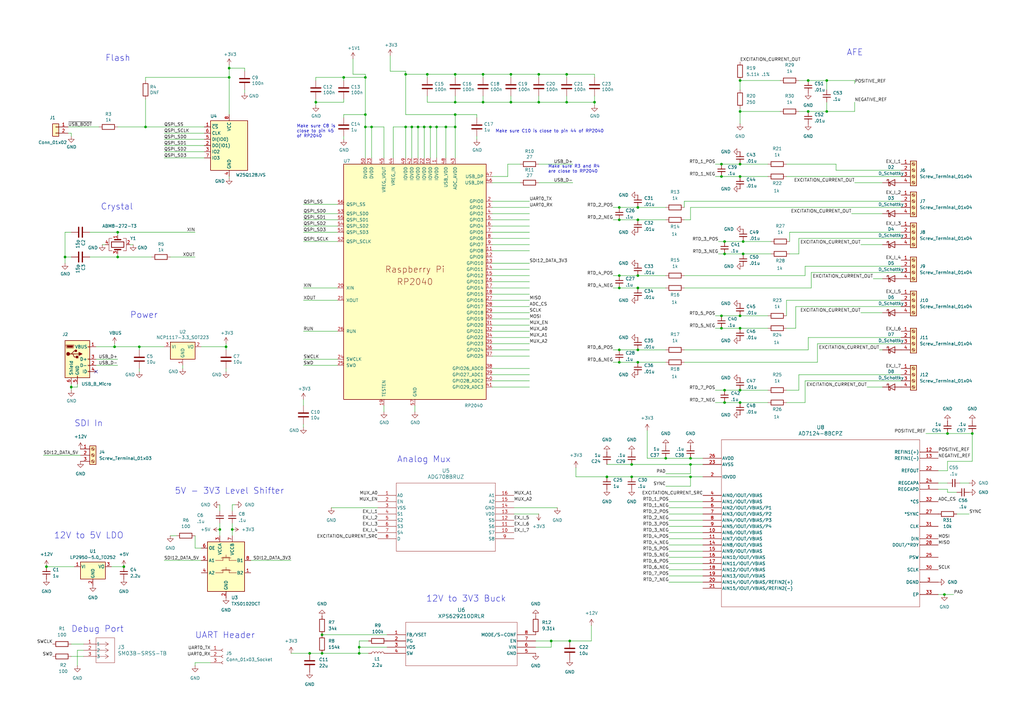
<source format=kicad_sch>
(kicad_sch (version 20250114) (generator "eeschema") (generator_version "9.0")
  (paper "A3")
  (text "UART Header" (at 80.01 262.128 0) (effects (font (size 2.54 2.54)) (justify left bottom)))
  (text "Power" (at 53.34 130.81 0) (effects (font (size 2.54 2.54)) (justify left bottom)))
  (text "12V to 3V3 Buck" (at 174.752 247.142 0) (effects (font (size 2.54 2.54)) (justify left bottom)))
  (text "Debug Port" (at 29.21 259.588 0) (effects (font (size 2.54 2.54)) (justify left bottom)))
  (text "5V - 3V3 Level Shifter" (at 71.628 202.946 0) (effects (font (size 2.54 2.54)) (justify left bottom)))
  (text "Crystal" (at 41.275 86.36 0) (effects (font (size 2.54 2.54)) (justify left bottom)))
  (text "Analog Mux" (at 162.814 189.992 0) (effects (font (size 2.54 2.54)) (justify left bottom)))
  (text "Flash" (at 43.18 25.4 0) (effects (font (size 2.54 2.54)) (justify left bottom)))
  (text "Make sure R3 and R4 \nare close to RP2040" (at 224.79 71.12 0) (effects (font (size 1.27 1.27)) (justify left bottom)))
  (text "Make sure C10 is close to pin 44 of RP2040" (at 203.2 54.61 0) (effects (font (size 1.27 1.27)) (justify left bottom)))
  (text "12V to 5V LDO" (at 22.098 221.234 0) (effects (font (size 2.54 2.54)) (justify left bottom)))
  (text "Make sure C8 is \nclose to pin 45 \nof RP2040" (at 121.666 56.642 0) (effects (font (size 1.27 1.27)) (justify left bottom)))
  (text "SDI In" (at 30.48 175.26 0) (effects (font (size 2.54 2.54)) (justify left bottom)))
  (text "AFE" (at 347.218 23.114 0) (effects (font (size 2.54 2.54)) (justify left bottom)))
  (junction (at 303.53 45.72))
  (junction (at 149.86 31.75))
  (junction (at 261.62 143.51))
  (junction (at 303.53 67.31))
  (junction (at 388.62 177.8))
  (junction (at 19.05 232.41))
  (junction (at 57.15 142.24))
  (junction (at 254 85.09))
  (junction (at 186.69 30.48))
  (junction (at 149.86 46.99))
  (junction (at 93.98 31.75))
  (junction (at 303.53 33.02))
  (junction (at 339.09 33.02))
  (junction (at 132.08 267.97))
  (junction (at 92.71 142.24))
  (junction (at 233.68 262.89))
  (junction (at 173.99 52.07))
  (junction (at 175.26 30.48))
  (junction (at 129.54 41.91))
  (junction (at 297.18 160.02))
  (junction (at 152.4 52.07))
  (junction (at 261.62 90.17))
  (junction (at 295.91 72.39))
  (junction (at 220.98 41.91))
  (junction (at 261.62 118.11))
  (junction (at 387.35 243.84))
  (junction (at 48.26 105.41))
  (junction (at 295.91 134.62))
  (junction (at 297.18 165.1))
  (junction (at 261.62 148.59))
  (junction (at 198.12 41.91))
  (junction (at 283.21 187.96))
  (junction (at 166.37 30.48))
  (junction (at 140.97 31.75))
  (junction (at 303.53 160.02))
  (junction (at 254 90.17))
  (junction (at 339.09 45.72))
  (junction (at 179.07 52.07))
  (junction (at 297.18 99.06))
  (junction (at 295.91 129.54))
  (junction (at 303.53 72.39))
  (junction (at 297.18 104.14))
  (junction (at 273.05 187.96))
  (junction (at 29.21 158.75))
  (junction (at 259.08 195.58))
  (junction (at 398.78 177.8))
  (junction (at 303.53 165.1))
  (junction (at 209.55 41.91))
  (junction (at 132.08 260.35))
  (junction (at 331.47 33.02))
  (junction (at 209.55 30.48))
  (junction (at 304.8 104.14))
  (junction (at 46.99 142.24))
  (junction (at 226.06 262.89))
  (junction (at 90.17 217.17))
  (junction (at 261.62 85.09))
  (junction (at 243.84 41.91))
  (junction (at 59.69 52.07))
  (junction (at 171.45 52.07))
  (junction (at 303.53 129.54))
  (junction (at 254 113.03))
  (junction (at 168.91 52.07))
  (junction (at 26.67 105.41))
  (junction (at 149.86 52.07))
  (junction (at 254 143.51))
  (junction (at 248.92 195.58))
  (junction (at 283.21 195.58))
  (junction (at 304.8 99.06))
  (junction (at 198.12 30.48))
  (junction (at 232.41 41.91))
  (junction (at 127 267.97))
  (junction (at 254 148.59))
  (junction (at 95.25 217.17))
  (junction (at 254 118.11))
  (junction (at 283.21 190.5))
  (junction (at 232.41 30.48))
  (junction (at 50.8 232.41))
  (junction (at 93.98 27.94))
  (junction (at 186.69 46.99))
  (junction (at 295.91 67.31))
  (junction (at 303.53 134.62))
  (junction (at 261.62 113.03))
  (junction (at 186.69 41.91))
  (junction (at 186.69 52.07))
  (junction (at 176.53 52.07))
  (junction (at 259.08 190.5))
  (junction (at 166.37 52.07))
  (junction (at 147.32 265.43))
  (junction (at 182.88 52.07))
  (junction (at 220.98 30.48))
  (junction (at 48.26 95.25))
  (junction (at 147.32 267.97))
  (junction (at 331.47 45.72))
  (no_connect (at 39.37 152.4))
  (wire (pts (xy 201.93 143.51) (xy 217.17 143.51)))
  (wire (pts (xy 140.97 41.91) (xy 140.97 40.64)))
  (wire (pts (xy 219.71 265.43) (xy 226.06 265.43)))
  (wire (pts (xy 48.26 52.07) (xy 59.69 52.07)))
  (wire (pts (xy 265.43 187.96) (xy 273.05 187.96)))
  (wire (pts (xy 332.74 118.11) (xy 280.67 118.11)))
  (wire (pts (xy 138.43 135.89) (xy 124.46 135.89)))
  (wire (pts (xy 201.93 90.17) (xy 217.17 90.17)))
  (wire (pts (xy 132.08 260.35) (xy 158.75 260.35)))
  (wire (pts (xy 182.88 52.07) (xy 186.69 52.07)))
  (wire (pts (xy 261.62 113.03) (xy 273.05 113.03)))
  (wire (pts (xy 261.62 143.51) (xy 273.05 143.51)))
  (wire (pts (xy 327.66 33.02) (xy 331.47 33.02)))
  (wire (pts (xy 201.93 125.73) (xy 217.17 125.73)))
  (wire (pts (xy 124.46 163.83) (xy 124.46 166.37)))
  (wire (pts (xy 157.48 166.37) (xy 157.48 168.91)))
  (wire (pts (xy 149.86 52.07) (xy 149.86 64.77)))
  (wire (pts (xy 151.13 262.89) (xy 147.32 262.89)))
  (wire (pts (xy 274.32 218.44) (xy 288.29 218.44)))
  (wire (pts (xy 293.37 72.39) (xy 295.91 72.39)))
  (wire (pts (xy 293.37 129.54) (xy 295.91 129.54)))
  (wire (pts (xy 322.58 72.39) (xy 369.57 72.39)))
  (wire (pts (xy 369.57 109.22) (xy 330.2 109.22)))
  (wire (pts (xy 220.98 30.48) (xy 232.41 30.48)))
  (wire (pts (xy 297.18 99.06) (xy 304.8 99.06)))
  (wire (pts (xy 201.93 138.43) (xy 217.17 138.43)))
  (wire (pts (xy 274.32 213.36) (xy 288.29 213.36)))
  (wire (pts (xy 186.69 30.48) (xy 198.12 30.48)))
  (wire (pts (xy 157.48 64.77) (xy 157.48 52.07)))
  (wire (pts (xy 369.57 156.21) (xy 330.2 156.21)))
  (wire (pts (xy 254 85.09) (xy 261.62 85.09)))
  (wire (pts (xy 48.26 95.25) (xy 80.01 95.25)))
  (wire (pts (xy 160.02 29.21) (xy 160.02 22.86)))
  (wire (pts (xy 198.12 39.37) (xy 198.12 41.91)))
  (wire (pts (xy 303.53 33.02) (xy 320.04 33.02)))
  (wire (pts (xy 100.33 27.94) (xy 93.98 27.94)))
  (wire (pts (xy 303.53 160.02) (xy 314.96 160.02)))
  (wire (pts (xy 92.71 151.13) (xy 92.71 152.4)))
  (wire (pts (xy 388.62 193.04) (xy 388.62 189.23)))
  (wire (pts (xy 59.69 40.64) (xy 59.69 52.07)))
  (wire (pts (xy 303.53 67.31) (xy 314.96 67.31)))
  (wire (pts (xy 39.37 142.24) (xy 46.99 142.24)))
  (wire (pts (xy 331.47 138.43) (xy 331.47 143.51)))
  (wire (pts (xy 26.67 95.25) (xy 26.67 105.41)))
  (wire (pts (xy 254 90.17) (xy 261.62 90.17)))
  (wire (pts (xy 303.53 45.72) (xy 303.53 44.45)))
  (wire (pts (xy 293.37 134.62) (xy 295.91 134.62)))
  (wire (pts (xy 138.43 123.19) (xy 124.46 123.19)))
  (wire (pts (xy 29.21 157.48) (xy 29.21 158.75)))
  (wire (pts (xy 387.35 243.84) (xy 391.16 243.84)))
  (wire (pts (xy 293.37 165.1) (xy 297.18 165.1)))
  (wire (pts (xy 236.22 195.58) (xy 236.22 191.77)))
  (wire (pts (xy 274.32 220.98) (xy 288.29 220.98)))
  (wire (pts (xy 59.69 52.07) (xy 83.82 52.07)))
  (wire (pts (xy 274.32 228.6) (xy 288.29 228.6)))
  (wire (pts (xy 243.84 39.37) (xy 243.84 41.91)))
  (wire (pts (xy 201.93 133.35) (xy 217.17 133.35)))
  (wire (pts (xy 39.37 149.86) (xy 48.26 149.86)))
  (wire (pts (xy 209.55 41.91) (xy 198.12 41.91)))
  (wire (pts (xy 171.45 52.07) (xy 173.99 52.07)))
  (wire (pts (xy 369.57 138.43) (xy 331.47 138.43)))
  (wire (pts (xy 48.26 96.52) (xy 48.26 95.25)))
  (wire (pts (xy 182.88 64.77) (xy 182.88 52.07)))
  (wire (pts (xy 232.41 39.37) (xy 232.41 41.91)))
  (wire (pts (xy 129.54 40.64) (xy 129.54 41.91)))
  (wire (pts (xy 80.01 271.78) (xy 80.01 273.05)))
  (wire (pts (xy 274.32 236.22) (xy 288.29 236.22)))
  (wire (pts (xy 175.26 39.37) (xy 175.26 41.91)))
  (wire (pts (xy 342.9 69.85) (xy 342.9 67.31)))
  (wire (pts (xy 273.05 187.96) (xy 283.21 187.96)))
  (wire (pts (xy 39.37 147.32) (xy 48.26 147.32)))
  (wire (pts (xy 186.69 52.07) (xy 186.69 64.77)))
  (wire (pts (xy 147.32 265.43) (xy 147.32 267.97)))
  (wire (pts (xy 161.29 64.77) (xy 161.29 52.07)))
  (wire (pts (xy 198.12 30.48) (xy 209.55 30.48)))
  (wire (pts (xy 29.21 158.75) (xy 29.21 160.02)))
  (wire (pts (xy 251.46 85.09) (xy 254 85.09)))
  (wire (pts (xy 166.37 30.48) (xy 175.26 30.48)))
  (wire (pts (xy 254 143.51) (xy 261.62 143.51)))
  (wire (pts (xy 36.83 105.41) (xy 48.26 105.41)))
  (wire (pts (xy 369.57 95.25) (xy 323.85 95.25)))
  (wire (pts (xy 186.69 46.99) (xy 195.58 46.99)))
  (wire (pts (xy 201.93 82.55) (xy 217.17 82.55)))
  (wire (pts (xy 293.37 67.31) (xy 295.91 67.31)))
  (wire (pts (xy 201.93 115.57) (xy 217.17 115.57)))
  (wire (pts (xy 220.98 67.31) (xy 234.95 67.31)))
  (wire (pts (xy 74.93 149.86) (xy 74.93 151.13)))
  (wire (pts (xy 353.06 100.33) (xy 361.95 100.33)))
  (wire (pts (xy 48.26 104.14) (xy 48.26 105.41)))
  (wire (pts (xy 369.57 85.09) (xy 283.21 85.09)))
  (wire (pts (xy 251.46 148.59) (xy 254 148.59)))
  (wire (pts (xy 179.07 52.07) (xy 182.88 52.07)))
  (wire (pts (xy 31.75 157.48) (xy 31.75 158.75)))
  (wire (pts (xy 201.93 97.79) (xy 217.17 97.79)))
  (wire (pts (xy 280.67 82.55) (xy 280.67 85.09)))
  (wire (pts (xy 327.66 104.14) (xy 323.85 104.14)))
  (wire (pts (xy 339.09 33.02) (xy 350.52 33.02)))
  (wire (pts (xy 124.46 90.17) (xy 138.43 90.17)))
  (wire (pts (xy 209.55 30.48) (xy 220.98 30.48)))
  (wire (pts (xy 31.75 158.75) (xy 29.21 158.75)))
  (wire (pts (xy 209.55 31.75) (xy 209.55 30.48)))
  (wire (pts (xy 201.93 128.27) (xy 217.17 128.27)))
  (wire (pts (xy 26.67 105.41) (xy 26.67 107.95)))
  (wire (pts (xy 251.46 143.51) (xy 254 143.51)))
  (wire (pts (xy 29.21 54.61) (xy 29.21 55.88)))
  (wire (pts (xy 384.81 198.12) (xy 388.62 198.12)))
  (wire (pts (xy 149.86 30.48) (xy 144.78 30.48)))
  (wire (pts (xy 129.54 41.91) (xy 129.54 43.18)))
  (wire (pts (xy 274.32 231.14) (xy 288.29 231.14)))
  (wire (pts (xy 201.93 72.39) (xy 208.28 72.39)))
  (wire (pts (xy 303.53 50.8) (xy 303.53 45.72)))
  (wire (pts (xy 297.18 160.02) (xy 303.53 160.02)))
  (wire (pts (xy 349.25 87.63) (xy 361.95 87.63)))
  (wire (pts (xy 219.71 262.89) (xy 226.06 262.89)))
  (wire (pts (xy 388.62 189.23) (xy 398.78 189.23)))
  (wire (pts (xy 195.58 48.26) (xy 195.58 46.99)))
  (wire (pts (xy 140.97 31.75) (xy 149.86 31.75)))
  (wire (pts (xy 186.69 39.37) (xy 186.69 41.91)))
  (wire (pts (xy 274.32 215.9) (xy 288.29 215.9)))
  (wire (pts (xy 124.46 173.99) (xy 124.46 175.26)))
  (wire (pts (xy 140.97 33.02) (xy 140.97 31.75)))
  (wire (pts (xy 210.82 208.28) (xy 228.6 208.28)))
  (wire (pts (xy 233.68 262.89) (xy 242.57 262.89)))
  (wire (pts (xy 166.37 52.07) (xy 168.91 52.07)))
  (wire (pts (xy 140.97 46.99) (xy 149.86 46.99)))
  (wire (pts (xy 138.43 99.06) (xy 124.46 99.06)))
  (wire (pts (xy 90.17 214.63) (xy 90.17 217.17)))
  (wire (pts (xy 83.82 57.15) (xy 67.31 57.15)))
  (wire (pts (xy 208.28 67.31) (xy 213.36 67.31)))
  (wire (pts (xy 339.09 41.91) (xy 339.09 45.72)))
  (wire (pts (xy 283.21 90.17) (xy 280.67 90.17)))
  (wire (pts (xy 124.46 118.11) (xy 138.43 118.11)))
  (wire (pts (xy 83.82 62.23) (xy 67.31 62.23)))
  (wire (pts (xy 330.2 165.1) (xy 322.58 165.1)))
  (wire (pts (xy 149.86 30.48) (xy 149.86 31.75)))
  (wire (pts (xy 201.93 74.93) (xy 213.36 74.93)))
  (wire (pts (xy 168.91 64.77) (xy 168.91 52.07)))
  (wire (pts (xy 220.98 39.37) (xy 220.98 41.91)))
  (wire (pts (xy 176.53 64.77) (xy 176.53 52.07)))
  (wire (pts (xy 57.15 143.51) (xy 57.15 142.24)))
  (wire (pts (xy 248.92 195.58) (xy 259.08 195.58)))
  (wire (pts (xy 232.41 31.75) (xy 232.41 30.48)))
  (wire (pts (xy 330.2 113.03) (xy 280.67 113.03)))
  (wire (pts (xy 166.37 29.21) (xy 166.37 30.48)))
  (wire (pts (xy 254 113.03) (xy 261.62 113.03)))
  (wire (pts (xy 168.91 52.07) (xy 171.45 52.07)))
  (wire (pts (xy 369.57 82.55) (xy 280.67 82.55)))
  (wire (pts (xy 342.9 67.31) (xy 322.58 67.31)))
  (wire (pts (xy 283.21 195.58) (xy 288.29 195.58)))
  (wire (pts (xy 242.57 256.54) (xy 242.57 262.89)))
  (wire (pts (xy 29.21 269.24) (xy 34.29 269.24)))
  (wire (pts (xy 294.64 99.06) (xy 297.18 99.06)))
  (wire (pts (xy 144.78 30.48) (xy 144.78 24.13)))
  (wire (pts (xy 304.8 99.06) (xy 316.23 99.06)))
  (wire (pts (xy 17.78 186.69) (xy 33.02 186.69)))
  (wire (pts (xy 327.66 45.72) (xy 331.47 45.72)))
  (wire (pts (xy 274.32 233.68) (xy 288.29 233.68)))
  (wire (pts (xy 339.09 45.72) (xy 350.52 45.72)))
  (wire (pts (xy 186.69 46.99) (xy 186.69 52.07)))
  (wire (pts (xy 369.57 140.97) (xy 335.28 140.97)))
  (wire (pts (xy 129.54 41.91) (xy 140.97 41.91)))
  (wire (pts (xy 127 267.97) (xy 132.08 267.97)))
  (wire (pts (xy 295.91 67.31) (xy 303.53 67.31)))
  (wire (pts (xy 327.66 160.02) (xy 322.58 160.02)))
  (wire (pts (xy 80.01 219.71) (xy 80.01 224.79)))
  (wire (pts (xy 330.2 156.21) (xy 330.2 165.1)))
  (wire (pts (xy 297.18 165.1) (xy 303.53 165.1)))
  (wire (pts (xy 67.31 54.61) (xy 83.82 54.61)))
  (wire (pts (xy 41.91 100.33) (xy 43.18 100.33)))
  (wire (pts (xy 201.93 87.63) (xy 217.17 87.63)))
  (wire (pts (xy 283.21 187.96) (xy 288.29 187.96)))
  (wire (pts (xy 274.32 238.76) (xy 288.29 238.76)))
  (wire (pts (xy 82.55 142.24) (xy 92.71 142.24)))
  (wire (pts (xy 322.58 123.19) (xy 322.58 129.54)))
  (wire (pts (xy 384.81 243.84) (xy 387.35 243.84)))
  (wire (pts (xy 69.85 219.71) (xy 72.39 219.71)))
  (wire (pts (xy 322.58 134.62) (xy 326.39 134.62)))
  (wire (pts (xy 46.99 140.97) (xy 46.99 142.24)))
  (wire (pts (xy 369.57 153.67) (xy 327.66 153.67)))
  (wire (pts (xy 100.33 36.83) (xy 100.33 38.1)))
  (wire (pts (xy 201.93 140.97) (xy 217.17 140.97)))
  (wire (pts (xy 140.97 48.26) (xy 140.97 46.99)))
  (wire (pts (xy 251.46 90.17) (xy 254 90.17)))
  (wire (pts (xy 124.46 87.63) (xy 138.43 87.63)))
  (wire (pts (xy 232.41 41.91) (xy 243.84 41.91)))
  (wire (pts (xy 53.34 100.33) (xy 54.61 100.33)))
  (wire (pts (xy 323.85 95.25) (xy 323.85 99.06)))
  (wire (pts (xy 243.84 31.75) (xy 243.84 30.48)))
  (wire (pts (xy 95.25 219.71) (xy 95.25 217.17)))
  (wire (pts (xy 297.18 104.14) (xy 304.8 104.14)))
  (wire (pts (xy 251.46 118.11) (xy 254 118.11)))
  (wire (pts (xy 95.25 209.55) (xy 95.25 207.01)))
  (wire (pts (xy 331.47 45.72) (xy 339.09 45.72)))
  (wire (pts (xy 384.81 200.66) (xy 388.62 200.66)))
  (wire (pts (xy 331.47 143.51) (xy 280.67 143.51)))
  (wire (pts (xy 119.38 267.97) (xy 127 267.97)))
  (wire (pts (xy 171.45 64.77) (xy 171.45 52.07)))
  (wire (pts (xy 166.37 30.48) (xy 166.37 46.99)))
  (wire (pts (xy 149.86 31.75) (xy 149.86 46.99)))
  (wire (pts (xy 208.28 67.31) (xy 208.28 72.39)))
  (wire (pts (xy 283.21 190.5) (xy 288.29 190.5)))
  (wire (pts (xy 303.53 45.72) (xy 320.04 45.72)))
  (wire (pts (xy 201.93 95.25) (xy 217.17 95.25)))
  (wire (pts (xy 149.86 46.99) (xy 149.86 52.07)))
  (wire (pts (xy 210.82 210.82) (xy 220.98 210.82)))
  (wire (pts (xy 201.93 135.89) (xy 217.17 135.89)))
  (wire (pts (xy 358.14 114.3) (xy 361.95 114.3)))
  (wire (pts (xy 295.91 72.39) (xy 303.53 72.39)))
  (wire (pts (xy 173.99 52.07) (xy 176.53 52.07)))
  (wire (pts (xy 243.84 41.91) (xy 243.84 43.18)))
  (wire (pts (xy 303.53 129.54) (xy 314.96 129.54)))
  (wire (pts (xy 100.33 29.21) (xy 100.33 27.94)))
  (wire (pts (xy 201.93 151.13) (xy 217.17 151.13)))
  (wire (pts (xy 67.31 229.87) (xy 82.55 229.87)))
  (wire (pts (xy 166.37 29.21) (xy 160.02 29.21)))
  (wire (pts (xy 369.57 123.19) (xy 322.58 123.19)))
  (wire (pts (xy 80.01 224.79) (xy 82.55 224.79)))
  (wire (pts (xy 332.74 111.76) (xy 332.74 118.11)))
  (wire (pts (xy 157.48 52.07) (xy 152.4 52.07)))
  (wire (pts (xy 45.72 232.41) (xy 50.8 232.41)))
  (wire (pts (xy 201.93 113.03) (xy 217.17 113.03)))
  (wire (pts (xy 220.98 41.91) (xy 209.55 41.91)))
  (wire (pts (xy 198.12 41.91) (xy 186.69 41.91)))
  (wire (pts (xy 294.64 104.14) (xy 297.18 104.14)))
  (wire (pts (xy 335.28 140.97) (xy 335.28 148.59)))
  (wire (pts (xy 232.41 41.91) (xy 220.98 41.91)))
  (wire (pts (xy 158.75 265.43) (xy 147.32 265.43)))
  (wire (pts (xy 335.28 148.59) (xy 280.67 148.59)))
  (wire (pts (xy 152.4 52.07) (xy 149.86 52.07)))
  (wire (pts (xy 350.52 45.72) (xy 350.52 41.91)))
  (wire (pts (xy 48.26 105.41) (xy 62.23 105.41)))
  (wire (pts (xy 129.54 33.02) (xy 129.54 31.75)))
  (wire (pts (xy 303.53 72.39) (xy 314.96 72.39)))
  (wire (pts (xy 339.09 33.02) (xy 339.09 36.83)))
  (wire (pts (xy 303.53 33.02) (xy 303.53 36.83)))
  (wire (pts (xy 166.37 64.77) (xy 166.37 52.07)))
  (wire (pts (xy 186.69 31.75) (xy 186.69 30.48)))
  (wire (pts (xy 201.93 92.71) (xy 217.17 92.71)))
  (wire (pts (xy 259.08 190.5) (xy 283.21 190.5)))
  (wire (pts (xy 331.47 33.02) (xy 339.09 33.02)))
  (wire (pts (xy 124.46 92.71) (xy 138.43 92.71)))
  (wire (pts (xy 201.93 120.65) (xy 217.17 120.65)))
  (wire (pts (xy 93.98 27.94) (xy 93.98 31.75)))
  (wire (pts (xy 283.21 199.39) (xy 283.21 195.58)))
  (wire (pts (xy 220.98 31.75) (xy 220.98 30.48)))
  (wire (pts (xy 259.08 195.58) (xy 283.21 195.58)))
  (wire (pts (xy 248.92 190.5) (xy 259.08 190.5)))
  (wire (pts (xy 254 148.59) (xy 261.62 148.59)))
  (wire (pts (xy 173.99 64.77) (xy 173.99 52.07)))
  (wire (pts (xy 201.93 130.81) (xy 217.17 130.81)))
  (wire (pts (xy 295.91 129.54) (xy 303.53 129.54)))
  (wire (pts (xy 95.25 217.17) (xy 95.25 214.63)))
  (wire (pts (xy 31.75 266.7) (xy 31.75 273.05)))
  (wire (pts (xy 170.18 166.37) (xy 170.18 168.91)))
  (wire (pts (xy 330.2 109.22) (xy 330.2 113.03)))
  (wire (pts (xy 69.85 105.41) (xy 80.01 105.41)))
  (wire (pts (xy 226.06 262.89) (xy 226.06 265.43)))
  (wire (pts (xy 29.21 264.16) (xy 34.29 264.16)))
  (wire (pts (xy 274.32 208.28) (xy 288.29 208.28)))
  (wire (pts (xy 19.05 232.41) (xy 30.48 232.41)))
  (wire (pts (xy 201.93 123.19) (xy 217.17 123.19)))
  (wire (pts (xy 369.57 97.79) (xy 327.66 97.79)))
  (wire (pts (xy 201.93 102.87) (xy 217.17 102.87)))
  (wire (pts (xy 209.55 39.37) (xy 209.55 41.91)))
  (wire (pts (xy 140.97 55.88) (xy 140.97 57.15)))
  (wire (pts (xy 273.05 194.31) (xy 283.21 194.31)))
  (wire (pts (xy 161.29 52.07) (xy 166.37 52.07)))
  (wire (pts (xy 295.91 134.62) (xy 303.53 134.62)))
  (wire (pts (xy 46.99 142.24) (xy 57.15 142.24)))
  (wire (pts (xy 369.57 125.73) (xy 326.39 125.73)))
  (wire (pts (xy 186.69 41.91) (xy 175.26 41.91)))
  (wire (pts (xy 147.32 262.89) (xy 147.32 265.43)))
  (wire (pts (xy 86.36 271.78) (xy 80.01 271.78)))
  (wire (pts (xy 201.93 85.09) (xy 217.17 85.09)))
  (wire (pts (xy 283.21 85.09) (xy 283.21 90.17)))
  (wire (pts (xy 201.93 158.75) (xy 217.17 158.75)))
  (wire (pts (xy 274.32 210.82) (xy 288.29 210.82)))
  (wire (pts (xy 27.94 54.61) (xy 29.21 54.61)))
  (wire (pts (xy 201.93 107.95) (xy 217.17 107.95)))
  (wire (pts (xy 388.62 177.8) (xy 398.78 177.8)))
  (wire (pts (xy 102.87 229.87) (xy 119.38 229.87)))
  (wire (pts (xy 392.43 210.82) (xy 397.51 210.82)))
  (wire (pts (xy 293.37 160.02) (xy 297.18 160.02)))
  (wire (pts (xy 379.73 177.8) (xy 388.62 177.8)))
  (wire (pts (xy 34.29 266.7) (xy 31.75 266.7)))
  (wire (pts (xy 327.66 97.79) (xy 327.66 104.14)))
  (wire (pts (xy 355.6 158.75) (xy 361.95 158.75)))
  (wire (pts (xy 273.05 199.39) (xy 283.21 199.39)))
  (wire (pts (xy 384.81 193.04) (xy 388.62 193.04)))
  (wire (pts (xy 166.37 46.99) (xy 186.69 46.99)))
  (wire (pts (xy 304.8 104.14) (xy 316.23 104.14)))
  (wire (pts (xy 83.82 59.69) (xy 67.31 59.69)))
  (wire (pts (xy 350.52 74.93) (xy 361.95 74.93)))
  (wire (pts (xy 29.21 95.25) (xy 26.67 95.25)))
  (wire (pts (xy 40.64 52.07) (xy 27.94 52.07)))
  (wire (pts (xy 326.39 125.73) (xy 326.39 134.62)))
  (wire (pts (xy 175.26 31.75) (xy 175.26 30.48)))
  (wire (pts (xy 92.71 142.24) (xy 92.71 140.97)))
  (wire (pts (xy 261.62 148.59) (xy 273.05 148.59)))
  (wire (pts (xy 232.41 30.48) (xy 243.84 30.48)))
  (wire (pts (xy 195.58 55.88) (xy 195.58 57.15)))
  (wire (pts (xy 261.62 118.11) (xy 273.05 118.11)))
  (wire (pts (xy 138.43 149.86) (xy 124.46 149.86)))
  (wire (pts (xy 220.98 74.93) (xy 234.95 74.93)))
  (wire (pts (xy 93.98 26.67) (xy 93.98 27.94)))
  (wire (pts (xy 29.21 105.41) (xy 26.67 105.41)))
  (wire (pts (xy 201.93 110.49) (xy 217.17 110.49)))
  (wire (pts (xy 93.98 31.75) (xy 93.98 46.99)))
  (wire (pts (xy 236.22 195.58) (xy 248.92 195.58)))
  (wire (pts (xy 201.93 153.67) (xy 217.17 153.67)))
  (wire (pts (xy 95.25 207.01) (xy 96.52 207.01)))
  (wire (pts (xy 152.4 64.77) (xy 152.4 52.07)))
  (wire (pts (xy 393.7 198.12) (xy 397.51 198.12)))
  (wire (pts (xy 388.62 200.66) (xy 388.62 201.93)))
  (wire (pts (xy 201.93 156.21) (xy 217.17 156.21)))
  (wire (pts (xy 59.69 33.02) (xy 59.69 31.75)))
  (wire (pts (xy 201.93 118.11) (xy 217.17 118.11)))
  (wire (pts (xy 274.32 205.74) (xy 288.29 205.74)))
  (wire (pts (xy 201.93 146.05) (xy 217.17 146.05)))
  (wire (pts (xy 274.32 226.06) (xy 288.29 226.06)))
  (wire (pts (xy 254 118.11) (xy 261.62 118.11)))
  (wire (pts (xy 261.62 85.09) (xy 273.05 85.09)))
  (wire (pts (xy 226.06 262.89) (xy 233.68 262.89)))
  (wire (pts (xy 147.32 267.97) (xy 151.13 267.97)))
  (wire (pts (xy 175.26 30.48) (xy 186.69 30.48)))
  (wire (pts (xy 129.54 31.75) (xy 140.97 31.75)))
  (wire (pts (xy 124.46 95.25) (xy 138.43 95.25)))
  (wire (pts (xy 93.98 73.025) (xy 93.98 72.39)))
  (wire (pts (xy 83.82 64.77) (xy 67.31 64.77)))
  (wire (pts (xy 132.08 267.97) (xy 147.32 267.97)))
  (wire (pts (xy 283.21 194.31) (xy 283.21 190.5)))
  (wire (pts (xy 90.17 217.17) (xy 90.17 219.71)))
  (wire (pts (xy 67.31 142.24) (xy 57.15 142.24)))
  (wire (pts (xy 92.71 143.51) (xy 92.71 142.24)))
  (wire (pts (xy 135.89 208.28) (xy 154.94 208.28)))
  (wire (pts (xy 388.62 201.93) (xy 392.43 201.93)))
  (wire (pts (xy 353.06 128.27) (xy 361.95 128.27)))
  (wire (pts (xy 369.57 111.76) (xy 332.74 111.76)))
  (wire (pts (xy 398.78 189.23) (xy 398.78 177.8)))
  (wire (pts (xy 265.43 176.53) (xy 265.43 187.96)))
  (wire (pts (xy 90.17 207.01) (xy 90.17 209.55)))
  (wire (pts (xy 138.43 147.32) (xy 124.46 147.32)))
  (wire (pts (xy 274.32 223.52) (xy 288.29 223.52)))
  (wire (pts (xy 57.15 151.13) (xy 57.15 152.4)))
  (wire (pts (xy 360.68 143.51) (xy 361.95 143.51)))
  (wire (pts (xy 179.07 52.07) (xy 179.07 64.77)))
  (wire (pts (xy 369.57 69.85) (xy 342.9 69.85)))
  (wire (pts (xy 201.93 100.33) (xy 217.17 100.33)))
  (wire (pts (xy 303.53 165.1) (xy 314.96 165.1)))
  (wire (pts (xy 59.69 31.75) (xy 93.98 31.75)))
  (wire (pts (xy 251.46 113.03) (xy 254 113.03)))
  (wire (pts (xy 176.53 52.07) (xy 179.07 52.07)))
  (wire (pts (xy 261.62 90.17) (xy 273.05 90.17)))
  (wire (pts (xy 327.66 153.67) (xy 327.66 160.02)))
  (wire (pts (xy 303.53 134.62) (xy 314.96 134.62)))
  (wire (pts (xy 198.12 31.75) (xy 198.12 30.48)))
  (wire (pts (xy 138.43 83.82) (xy 124.46 83.82)))
  (wire (pts (xy 36.83 95.25) (xy 48.26 95.25)))
  (wire (pts (xy 350.52 33.02) (xy 350.52 34.29)))
  (label "MISO" (at 217.17 123.19 0))
  (label "ADC_CS" (at 217.17 125.73 0))
  (label "MUX_A1" (at 210.82 203.2 0))
  (label "QSPI_SD2" (at 67.31 62.23 0))
  (label "EX_I_2" (at 369.57 80.01 180))
  (label "EX_I_3" (at 154.94 215.9 180))
  (label "EX_I_6" (at 369.57 135.89 180))
  (label "ADC_CS" (at 384.81 205.74 0))
  (label "RTD_4_NEG" (at 274.32 223.52 180))
  (label "RTD_6_NEG" (at 274.32 233.68 180))
  (label "POSITIVE_REF" (at 384.81 185.42 0))
  (label "EX_I_4" (at 154.94 218.44 180))
  (label "QSPI_SD3" (at 124.46 95.25 0))
  (label "MOSI" (at 384.81 220.98 0))
  (label "USB_D-" (at 234.95 74.93 180))
  (label "UART0_RX" (at 217.17 85.09 0))
  (label "EX_I_2" (at 154.94 213.36 180))
  (label "XIN" (at 80.01 95.25 180))
  (label "RTD_3_NEG" (at 294.64 104.14 180))
  (label "QSPI_SD2" (at 124.46 92.71 0))
  (label "EXCITATION_CURRENT_OUT" (at 358.14 114.3 180))
  (label "QSPI_SCLK" (at 67.31 54.61 0))
  (label "PAD" (at 273.05 194.31 180))
  (label "SCLK" (at 384.81 233.68 0))
  (label "RTD_7_POS" (at 274.32 236.22 180))
  (label "RTD_1_POS" (at 274.32 205.74 180))
  (label "SDI12_DATA_3V3" (at 119.38 229.87 180))
  (label "SWD" (at 21.59 269.24 180))
  (label "RTD_7_POS" (at 293.37 160.02 180))
  (label "EXCITATION_CURRENT_OUT" (at 353.06 128.27 180))
  (label "EXCITATION_CURRENT_OUT" (at 360.68 143.51 180))
  (label "QSPI_SCLK" (at 124.46 99.06 0))
  (label "MOSI" (at 217.17 130.81 0))
  (label "QSPI_SD1" (at 67.31 59.69 0))
  (label "RTD_3_POS" (at 274.32 215.9 180))
  (label "EXCITATION_CURRENT_OUT" (at 355.6 158.75 180))
  (label "EX_I_7" (at 369.57 151.13 180))
  (label "RTD_5_POS" (at 293.37 129.54 180))
  (label "SYNC" (at 273.05 199.39 180))
  (label "RTD_1_NEG" (at 274.32 208.28 180))
  (label "MUX_A2" (at 217.17 140.97 0))
  (label "SCLK" (at 217.17 128.27 0))
  (label "EX_I_4" (at 369.57 106.68 180))
  (label "SWCLK" (at 124.46 147.32 0))
  (label "UART0_TX" (at 217.17 82.55 0))
  (label "MUX_A1" (at 217.17 138.43 0))
  (label "USB_D-" (at 48.26 149.86 180))
  (label "MUX_A0" (at 154.94 203.2 180))
  (label "QSPI_SS" (at 67.31 52.07 0))
  (label "USB_D+" (at 48.26 147.32 180))
  (label "EXCITATION_CURRENT_SRC" (at 154.94 220.98 180))
  (label "EX_I_7" (at 210.82 218.44 0))
  (label "EX_I_5" (at 369.57 120.65 180))
  (label "MUX_EN" (at 217.17 133.35 0))
  (label "~{USB_BOOT}" (at 27.94 52.07 0))
  (label "EX_I_1" (at 369.57 67.31 180))
  (label "SWCLK" (at 21.59 264.16 180))
  (label "EXCITATION_CURRENT_OUT" (at 350.52 74.93 180))
  (label "MUX_A2" (at 210.82 205.74 0))
  (label "RTD_3_NEG" (at 274.32 218.44 180))
  (label "XIN" (at 124.46 118.11 0))
  (label "RTD_2_NEG" (at 251.46 90.17 180))
  (label "RTD_7_NEG" (at 293.37 165.1 180))
  (label "RTD_4_POS" (at 274.32 220.98 180))
  (label "SDI12_DATA_5V" (at 17.78 186.69 0))
  (label "PAD" (at 391.16 243.84 0))
  (label "EX_I_6" (at 210.82 215.9 0))
  (label "QSPI_SD0" (at 67.31 57.15 0))
  (label "POSITIVE_REF" (at 379.73 177.8 180))
  (label "RTD_4_POS" (at 251.46 113.03 180))
  (label "EXCITATION_CURRENT_OUT" (at 353.06 100.33 180))
  (label "NEGATIVE_REF" (at 384.81 187.96 0))
  (label "RTD_5_NEG" (at 274.32 228.6 180))
  (label "NEGATIVE_REF" (at 350.52 41.91 0))
  (label "EX_I_1" (at 154.94 210.82 180))
  (label "EXCITATION_CURRENT_SRC" (at 288.29 203.2 180))
  (label "XOUT" (at 124.46 123.19 0))
  (label "UART0_RX" (at 86.36 269.24 180))
  (label "RTD_4_NEG" (at 251.46 118.11 180))
  (label "EXCITATION_CURRENT_OUT" (at 349.25 87.63 180))
  (label "RTD_5_POS" (at 274.32 226.06 180))
  (label "RTD_6_POS" (at 251.46 143.51 180))
  (label "QSPI_SD3" (at 67.31 64.77 0))
  (label "QSPI_SS" (at 124.46 83.82 0))
  (label "XOUT" (at 80.01 105.41 180))
  (label "RUN" (at 124.46 135.89 0))
  (label "MUX_A0" (at 217.17 135.89 0))
  (label "POSITIVE_REF" (at 350.52 34.29 0))
  (label "USB_D+" (at 234.95 67.31 180))
  (label "QSPI_SD1" (at 124.46 90.17 0))
  (label "MUX_EN" (at 154.94 205.74 180))
  (label "SWD" (at 124.46 149.86 0))
  (label "EXCITATION_CURRENT_OUT" (at 303.53 25.4 0))
  (label "SYNC" (at 397.51 210.82 0))
  (label "RTD_6_POS" (at 274.32 231.14 180))
  (label "MISO" (at 384.81 223.52 0))
  (label "UART0_TX" (at 86.36 266.7 180))
  (label "EX_I_5" (at 210.82 213.36 0))
  (label "RTD_2_POS" (at 251.46 85.09 180))
  (label "EX_I_3" (at 369.57 92.71 180))
  (label "RTD_6_NEG" (at 251.46 148.59 180))
  (label "RTD_3_POS" (at 294.64 99.06 180))
  (label "SDI12_DATA_3V3" (at 217.17 107.95 0))
  (label "QSPI_SD0" (at 124.46 87.63 0))
  (label "RTD_7_NEG" (at 274.32 238.76 180))
  (label "RTD_1_POS" (at 293.37 67.31 180))
  (label "RTD_1_NEG" (at 293.37 72.39 180))
  (label "RTD_5_NEG" (at 293.37 134.62 180))
  (label "RTD_2_POS" (at 274.32 210.82 180))
  (label "RTD_2_NEG" (at 274.32 213.36 180))
  (label "SDI12_DATA_5V" (at 67.31 229.87 0))
  (symbol (lib_id "power:+3V3") (at 93.98 26.67 0) (unit 1)
    (property "Reference" "#PWR024" (effects (hide yes)))
    (property "Value" "+3V3" (at 94.361 22.2758 0))
  )
  (symbol (lib_id "power:GND") (at 93.98 73.025 0) (unit 1)
    (property "Reference" "#PWR025" (effects (hide yes)))
    (property "Value" "GND" (at 90.17 74.295 0))
  )
  (symbol (lib_id "Device:R") (at 59.69 36.83 0) (unit 1)
    (property "Reference" "R4" (at 61.468 35.6616 0) (effects (justify left)))
    (property "Value" "DNF" (at 61.468 37.973 0) (effects (justify left)))
    (property "Footprint" "Resistor_SMD:R_0402_1005Metric" (effects (hide yes)))
  )
  (symbol (lib_id "Device:R") (at 44.45 52.07 270) (unit 1)
    (property "Reference" "R3" (at 44.45 46.8122 90))
    (property "Value" "1k" (at 44.45 49.1236 90))
    (property "Footprint" "Resistor_SMD:R_0402_1005Metric" (effects (hide yes)))
  )
  (symbol (lib_id "Device:C") (at 100.33 33.02 0) (unit 1)
    (property "Reference" "C9" (at 103.251 31.8516 0) (effects (justify left)))
    (property "Value" "100n" (at 103.251 34.163 0) (effects (justify left)))
    (property "Footprint" "Capacitor_SMD:C_0402_1005Metric" (effects (hide yes)))
  )
  (symbol (lib_id "power:GND") (at 100.33 38.1 0) (unit 1)
    (property "Reference" "#PWR028" (effects (hide yes)))
    (property "Value" "GND" (at 104.14 39.37 0))
  )
  (symbol (lib_id "Connector:USB_B_Micro") (at 31.75 147.32 0) (unit 1)
    (property "Reference" "J2" (at 27.94 137.16 0) (effects (justify right)))
    (property "Value" "USB_B_Micro" (at 45.72 157.48 0) (effects (justify right)))
    (property "Footprint" "RP2040_minimal_r2:USB_Micro-B_Amphenol_10103594-0001LF_Horizontal_modified" (effects (hide yes)))
  )
  (symbol (lib_id "power:GND") (at 170.18 168.91 0) (unit 1)
    (property "Reference" "#PWR040" (effects (hide yes)))
    (property "Value" "GND" (at 170.307 173.3042 0))
  )
  (symbol (lib_id "power:GND") (at 157.48 168.91 0) (unit 1)
    (property "Reference" "#PWR038" (effects (hide yes)))
    (property "Value" "GND" (at 157.607 173.3042 0))
  )
  (symbol (lib_id "Device:R") (at 217.17 67.31 270) (unit 1)
    (property "Reference" "R10" (at 217.17 62.0522 90))
    (property "Value" "27" (at 217.17 64.3636 90))
    (property "Footprint" "Resistor_SMD:R_0402_1005Metric" (effects (hide yes)))
  )
  (symbol (lib_id "Device:R") (at 217.17 74.93 270) (unit 1)
    (property "Reference" "R11" (at 217.17 69.6722 90))
    (property "Value" "27" (at 217.17 71.9836 90))
    (property "Footprint" "Resistor_SMD:R_0402_1005Metric" (effects (hide yes)))
  )
  (symbol (lib_id "power:GND") (at 29.21 160.02 0) (unit 1)
    (property "Reference" "#PWR05" (effects (hide yes)))
    (property "Value" "GND" (at 29.337 164.4142 0))
  )
  (symbol (lib_id "power:+3V3") (at 160.02 22.86 0) (unit 1)
    (property "Reference" "#PWR039" (effects (hide yes)))
    (property "Value" "+3V3" (at 160.401 18.4658 0))
  )
  (symbol (lib_id "power:+1V1") (at 144.78 24.13 0) (unit 1)
    (property "Reference" "#PWR037" (effects (hide yes)))
    (property "Value" "+1V1" (at 145.161 19.7358 0))
  )
  (symbol (lib_id "Device:C") (at 175.26 35.56 0) (unit 1)
    (property "Reference" "C15" (at 178.181 34.3916 0) (effects (justify left)))
    (property "Value" "100n" (at 178.181 36.703 0) (effects (justify left)))
    (property "Footprint" "Capacitor_SMD:C_0402_1005Metric" (effects (hide yes)))
  )
  (symbol (lib_id "Device:C") (at 186.69 35.56 0) (unit 1)
    (property "Reference" "C16" (at 189.611 34.3916 0) (effects (justify left)))
    (property "Value" "100n" (at 189.611 36.703 0) (effects (justify left)))
    (property "Footprint" "Capacitor_SMD:C_0402_1005Metric" (effects (hide yes)))
  )
  (symbol (lib_id "Device:C") (at 198.12 35.56 0) (unit 1)
    (property "Reference" "C18" (at 201.041 34.3916 0) (effects (justify left)))
    (property "Value" "100n" (at 201.041 36.703 0) (effects (justify left)))
    (property "Footprint" "Capacitor_SMD:C_0402_1005Metric" (effects (hide yes)))
  )
  (symbol (lib_id "Device:C") (at 209.55 35.56 0) (unit 1)
    (property "Reference" "C19" (at 212.471 34.3916 0) (effects (justify left)))
    (property "Value" "100n" (at 212.471 36.703 0) (effects (justify left)))
    (property "Footprint" "Capacitor_SMD:C_0402_1005Metric" (effects (hide yes)))
  )
  (symbol (lib_id "Device:C") (at 220.98 35.56 0) (unit 1)
    (property "Reference" "C20" (at 223.901 34.3916 0) (effects (justify left)))
    (property "Value" "100n" (at 223.901 36.703 0) (effects (justify left)))
    (property "Footprint" "Capacitor_SMD:C_0402_1005Metric" (effects (hide yes)))
  )
  (symbol (lib_id "Device:C") (at 232.41 35.56 0) (unit 1)
    (property "Reference" "C21" (at 235.331 34.3916 0) (effects (justify left)))
    (property "Value" "100n" (at 235.331 36.703 0) (effects (justify left)))
    (property "Footprint" "Capacitor_SMD:C_0402_1005Metric" (effects (hide yes)))
  )
  (symbol (lib_id "Device:C") (at 243.84 35.56 0) (unit 1)
    (property "Reference" "C23" (at 246.761 34.3916 0) (effects (justify left)))
    (property "Value" "100n" (at 246.761 36.703 0) (effects (justify left)))
    (property "Footprint" "Capacitor_SMD:C_0402_1005Metric" (effects (hide yes)))
  )
  (symbol (lib_id "Device:C") (at 129.54 36.83 0) (unit 1)
    (property "Reference" "C12" (at 132.461 35.6616 0) (effects (justify left)))
    (property "Value" "100n" (at 132.461 37.973 0) (effects (justify left)))
    (property "Footprint" "Capacitor_SMD:C_0402_1005Metric" (effects (hide yes)))
  )
  (symbol (lib_id "Device:C") (at 140.97 36.83 0) (unit 1)
    (property "Reference" "C13" (at 143.891 35.6616 0) (effects (justify left)))
    (property "Value" "100n" (at 143.891 37.973 0) (effects (justify left)))
    (property "Footprint" "Capacitor_SMD:C_0402_1005Metric" (effects (hide yes)))
  )
  (symbol (lib_id "Device:C") (at 140.97 52.07 0) (unit 1)
    (property "Reference" "C14" (at 143.891 50.9016 0) (effects (justify left)))
    (property "Value" "1u" (at 143.891 53.213 0) (effects (justify left)))
    (property "Footprint" "Capacitor_SMD:C_0402_1005Metric" (effects (hide yes)))
  )
  (symbol (lib_id "Device:C") (at 195.58 52.07 0) (unit 1)
    (property "Reference" "C17" (at 198.501 50.9016 0) (effects (justify left)))
    (property "Value" "1u" (at 198.501 53.213 0) (effects (justify left)))
    (property "Footprint" "Capacitor_SMD:C_0402_1005Metric" (effects (hide yes)))
  )
  (symbol (lib_id "power:GND") (at 243.84 43.18 0) (unit 1)
    (property "Reference" "#PWR048" (effects (hide yes)))
    (property "Value" "GND" (at 243.967 47.5742 0))
  )
  (symbol (lib_id "power:GND") (at 129.54 43.18 0) (unit 1)
    (property "Reference" "#PWR033" (effects (hide yes)))
    (property "Value" "GND" (at 129.667 47.5742 0))
  )
  (symbol (lib_id "power:GND") (at 140.97 57.15 0) (unit 1)
    (property "Reference" "#PWR036" (effects (hide yes)))
    (property "Value" "GND" (at 141.097 61.5442 0))
  )
  (symbol (lib_id "power:GND") (at 195.58 57.15 0) (unit 1)
    (property "Reference" "#PWR041" (effects (hide yes)))
    (property "Value" "GND" (at 195.707 61.5442 0))
  )
  (symbol (lib_id "power:VBUS") (at 46.99 140.97 0) (unit 1)
    (property "Reference" "#PWR011" (effects (hide yes)))
    (property "Value" "VBUS" (at 47.371 136.5758 0))
  )
  (symbol (lib_id "power:GND") (at 74.93 151.13 0) (unit 1)
    (property "Reference" "#PWR017" (effects (hide yes)))
    (property "Value" "GND" (at 71.12 152.4 0))
  )
  (symbol (lib_id "power:+3V3") (at 92.71 140.97 0) (unit 1)
    (property "Reference" "#PWR021" (effects (hide yes)))
    (property "Value" "+3V3" (at 93.091 136.5758 0))
  )
  (symbol (lib_id "Device:C") (at 57.15 147.32 0) (unit 1)
    (property "Reference" "C5" (at 60.071 146.1516 0) (effects (justify left)))
    (property "Value" "10u" (at 60.071 148.463 0) (effects (justify left)))
    (property "Footprint" "Capacitor_SMD:C_0805_2012Metric" (effects (hide yes)))
  )
  (symbol (lib_id "Device:C") (at 92.71 147.32 0) (unit 1)
    (property "Reference" "C7" (at 95.631 146.1516 0) (effects (justify left)))
    (property "Value" "10u" (at 95.631 148.463 0) (effects (justify left)))
    (property "Footprint" "Capacitor_SMD:C_0805_2012Metric" (effects (hide yes)))
  )
  (symbol (lib_id "power:GND") (at 57.15 152.4 0) (unit 1)
    (property "Reference" "#PWR015" (effects (hide yes)))
    (property "Value" "GND" (at 53.34 153.67 0))
  )
  (symbol (lib_id "power:GND") (at 92.71 152.4 0) (unit 1)
    (property "Reference" "#PWR022" (effects (hide yes)))
    (property "Value" "GND" (at 88.9 153.67 0))
  )
  (symbol (lib_id "Connector_Generic:Conn_01x02") (at 22.86 52.07 0) (mirror y) (unit 1)
    (property "Reference" "J1" (at 21.59 48.26 0))
    (property "Value" "Conn_01x02" (at 21.59 58.42 0))
    (property "Footprint" "Connector_PinHeader_2.54mm:PinHeader_1x02_P2.54mm_Vertical" (effects (hide yes)))
  )
  (symbol (lib_id "power:GND") (at 29.21 55.88 0) (unit 1)
    (property "Reference" "#PWR04" (effects (hide yes)))
    (property "Value" "GND" (at 29.337 60.2742 0))
  )
  (symbol (lib_id "Device:C_Small") (at 331.47 48.26 0) (unit 1)
    (property "Reference" "C52" (at 334.01 46.9962 0) (effects (justify left)))
    (property "Value" ".01u" (at 334.01 49.5362 0) (effects (justify left)))
    (property "Footprint" "Capacitor_SMD:C_0402_1005Metric" (effects (hide yes)))
    (property "Description" "Unpolarized capacitor, small symbol" (effects (hide yes)))
  )
  (symbol (lib_id "TPS629210:XPS629210DRLR") (at 158.75 260.35 0) (unit 1)
    (property "Reference" "U6" (at 189.23 250.19 0) (effects (font (size 1.524 1.524))))
    (property "Value" "XPS629210DRLR" (at 189.23 252.73 0) (effects (font (size 1.524 1.524))))
    (property "Footprint" "TPS629210:SOT_9210DRLR_TEX-M" (effects (hide yes)))
    (property "Datasheet" "https://www.ti.com/lit/gpn/tps629210" (effects (hide yes)))
  )
  (symbol (lib_id "Connector:Screw_Terminal_01x03") (at 38.1 186.69 0) (unit 1)
    (property "Reference" "J4" (at 40.64 185.4199 0) (effects (justify left)))
    (property "Value" "Screw_Terminal_01x03" (at 40.64 187.9599 0) (effects (justify left)))
    (property "Footprint" "TerminalBlock:TerminalBlock_Xinya_XY308-2.54-3P_1x03_P2.54mm_Horizontal" (effects (hide yes)))
    (property "Description" "Generic screw terminal, single row, 01x03, script generated (kicad-library-utils/schlib/autogen/connector/)" (effects (hide yes)))
  )
  (symbol (lib_name "GND_17") (lib_id "power:GND") (at 80.01 273.05 0) (unit 1)
    (property "Reference" "#PWR018" (effects (hide yes)))
    (property "Value" "GND" (at 80.01 278.13 0))
    (property "Description" "Power symbol creates a global label with name \"GND\" , ground" (effects (hide yes)))
  )
  (symbol (lib_id "Device:R") (at 303.53 29.21 0) (unit 1)
    (property "Reference" "R19" (at 306.07 27.9399 0) (effects (justify left)))
    (property "Value" "5.11k .1%" (at 306.07 30.4799 0) (effects (justify left)))
    (property "Footprint" "Resistor_SMD:R_0402_1005Metric" (effects (hide yes)))
    (property "Description" "Resistor" (effects (hide yes)))
  )
  (symbol (lib_id "Device:C_Small") (at 303.53 74.93 0) (unit 1)
    (property "Reference" "C44" (at 306.07 73.6662 0) (effects (justify left)))
    (property "Value" ".01u" (at 306.07 76.2062 0) (effects (justify left)))
    (property "Footprint" "Capacitor_SMD:C_0402_1005Metric" (effects (hide yes)))
    (property "Description" "Unpolarized capacitor, small symbol" (effects (hide yes)))
  )
  (symbol (lib_id "Device:R") (at 303.53 40.64 0) (unit 1)
    (property "Reference" "R20" (at 306.07 39.3699 0) (effects (justify left)))
    (property "Value" "250" (at 306.07 41.9099 0) (effects (justify left)))
    (property "Footprint" "Resistor_SMD:R_0402_1005Metric" (effects (hide yes)))
    (property "Description" "Resistor" (effects (hide yes)))
  )
  (symbol (lib_id "Device:C_Small") (at 261.62 82.55 0) (unit 1)
    (property "Reference" "C31" (at 264.16 81.2862 0) (effects (justify left)))
    (property "Value" ".01u" (at 264.16 83.8262 0) (effects (justify left)))
    (property "Footprint" "Capacitor_SMD:C_0402_1005Metric" (effects (hide yes)))
    (property "Description" "Unpolarized capacitor, small symbol" (effects (hide yes)))
  )
  (symbol (lib_name "GND_20") (lib_id "power:GND") (at 261.62 80.01 270) (unit 1)
    (property "Reference" "#PWR053" (effects (hide yes)))
    (property "Value" "GND" (at 257.81 80.0099 90) (effects (justify right)))
    (property "Description" "Power symbol creates a global label with name \"GND\" , ground" (effects (hide yes)))
  )
  (symbol (lib_name "GND_4") (lib_id "power:GND") (at 69.85 219.71 0) (unit 1)
    (property "Reference" "#PWR016" (effects (hide yes)))
    (property "Value" "GND" (at 69.85 224.79 0))
    (property "Description" "Power symbol creates a global label with name \"GND\" , ground" (effects (hide yes)))
  )
  (symbol (lib_id "Device:C_Small") (at 19.05 234.95 180) (unit 1)
    (property "Reference" "C1" (at 21.59 233.6735 0) (effects (justify right)))
    (property "Value" "1u" (at 21.59 236.2135 0) (effects (justify right)))
    (property "Footprint" "Capacitor_SMD:C_0805_2012Metric" (effects (hide yes)))
    (property "Description" "Unpolarized capacitor, small symbol" (effects (hide yes)))
  )
  (symbol (lib_id "power:+5V") (at 90.17 217.17 90) (unit 1)
    (property "Reference" "#PWR020" (effects (hide yes)))
    (property "Value" "+5V" (at 86.36 217.1699 90) (effects (justify left)))
    (property "Description" "Power symbol creates a global label with name \"+5V\"" (effects (hide yes)))
  )
  (symbol (lib_id "Device:D_Schottky") (at 365.76 143.51 0) (unit 1)
    (property "Reference" "D7" (at 365.4425 137.16 0))
    (property "Value" "D_Schottky" (at 365.4425 139.7 0))
    (property "Footprint" "Diode_SMD:D_0402_1005Metric" (effects (hide yes)))
    (property "Description" "Schottky diode" (effects (hide yes)))
  )
  (symbol (lib_name "GND_19") (lib_id "power:GND") (at 261.62 123.19 270) (unit 1)
    (property "Reference" "#PWR056" (effects (hide yes)))
    (property "Value" "GND" (at 257.81 123.1899 90) (effects (justify right)))
    (property "Description" "Power symbol creates a global label with name \"GND\" , ground" (effects (hide yes)))
  )
  (symbol (lib_id "power:+12V") (at 33.02 184.15 0) (unit 1)
    (property "Reference" "#PWR07" (effects (hide yes)))
    (property "Value" "+12V" (at 33.02 179.07 0))
    (property "Description" "Power symbol creates a global label with name \"+12V\"" (effects (hide yes)))
  )
  (symbol (lib_name "GND_11") (lib_id "power:GND") (at 259.08 200.66 0) (unit 1)
    (property "Reference" "#PWR052" (effects (hide yes)))
    (property "Value" "GND" (at 259.08 205.74 0))
    (property "Description" "Power symbol creates a global label with name \"GND\" , ground" (effects (hide yes)))
  )
  (symbol (lib_id "Device:R") (at 25.4 269.24 270) (unit 1)
    (property "Reference" "R2" (at 25.908 272.796 90))
    (property "Value" "100" (at 25.908 275.336 90))
    (property "Footprint" "Resistor_SMD:R_0402_1005Metric" (effects (hide yes)))
    (property "Description" "Resistor" (effects (hide yes)))
  )
  (symbol (lib_id "Device:R") (at 318.77 67.31 270) (unit 1)
    (property "Reference" "R21" (at 318.77 60.96 90))
    (property "Value" "1k" (at 318.77 63.5 90))
    (property "Footprint" "Resistor_SMD:R_0402_1005Metric" (effects (hide yes)))
    (property "Description" "Resistor" (effects (hide yes)))
  )
  (symbol (lib_name "GND_19") (lib_id "power:GND") (at 261.62 95.25 270) (unit 1)
    (property "Reference" "#PWR054" (effects (hide yes)))
    (property "Value" "GND" (at 257.81 95.2499 90) (effects (justify right)))
    (property "Description" "Power symbol creates a global label with name \"GND\" , ground" (effects (hide yes)))
  )
  (symbol (lib_name "GND_6") (lib_id "power:GND") (at 38.1 240.03 0) (unit 1)
    (property "Reference" "#PWR09" (effects (hide yes)))
    (property "Value" "GND" (at 38.1 245.11 0))
    (property "Description" "Power symbol creates a global label with name \"GND\" , ground" (effects (hide yes)))
  )
  (symbol (lib_name "GND_9") (lib_id "power:GND") (at 127 275.59 0) (unit 1)
    (property "Reference" "#PWR032" (effects (hide yes)))
    (property "Value" "GND" (at 127 280.67 0))
    (property "Description" "Power symbol creates a global label with name \"GND\" , ground" (effects (hide yes)))
  )
  (symbol (lib_id "power:+12V") (at 242.57 256.54 0) (unit 1)
    (property "Reference" "#PWR047" (effects (hide yes)))
    (property "Value" "+12V" (at 242.57 251.46 0))
    (property "Description" "Power symbol creates a global label with name \"+12V\"" (effects (hide yes)))
  )
  (symbol (lib_id "Device:C_Small") (at 303.53 64.77 0) (unit 1)
    (property "Reference" "C43" (at 306.07 63.5062 0) (effects (justify left)))
    (property "Value" ".01u" (at 306.07 66.0462 0) (effects (justify left)))
    (property "Footprint" "Capacitor_SMD:C_0402_1005Metric" (effects (hide yes)))
    (property "Description" "Unpolarized capacitor, small symbol" (effects (hide yes)))
  )
  (symbol (lib_id "Device:R") (at 132.08 264.16 0) (unit 1)
    (property "Reference" "R8" (at 134.62 262.8899 0) (effects (justify left)))
    (property "Value" "154k" (at 134.62 265.4299 0) (effects (justify left)))
    (property "Footprint" "Resistor_SMD:R_0402_1005Metric" (effects (hide yes)))
    (property "Description" "Resistor" (effects (hide yes)))
  )
  (symbol (lib_name "GND_20") (lib_id "power:GND") (at 303.53 62.23 270) (unit 1)
    (property "Reference" "#PWR062" (effects (hide yes)))
    (property "Value" "GND" (at 299.72 62.2299 90) (effects (justify right)))
    (property "Description" "Power symbol creates a global label with name \"GND\" , ground" (effects (hide yes)))
  )
  (symbol (lib_id "Device:R") (at 76.2 219.71 90) (unit 1)
    (property "Reference" "R6" (at 76.2 213.36 90))
    (property "Value" "100" (at 76.2 215.9 90))
    (property "Footprint" "Resistor_SMD:R_0402_1005Metric" (effects (hide yes)))
    (property "Description" "Resistor" (effects (hide yes)))
  )
  (symbol (lib_id "Device:C_Small") (at 259.08 187.96 180) (unit 1)
    (property "Reference" "C29" (at 256.54 189.2238 0) (effects (justify left)))
    (property "Value" ".1u" (at 256.54 186.6838 0) (effects (justify left)))
    (property "Footprint" "Capacitor_SMD:C_0402_1005Metric" (effects (hide yes)))
    (property "Description" "Unpolarized capacitor, small symbol" (effects (hide yes)))
  )
  (symbol (lib_name "GND_16") (lib_id "power:GND") (at 31.75 273.05 0) (unit 1)
    (property "Reference" "#PWR06" (effects (hide yes)))
    (property "Value" "GND" (at 31.75 278.13 0))
    (property "Description" "Power symbol creates a global label with name \"GND\" , ground" (effects (hide yes)))
  )
  (symbol (lib_name "GND_20") (lib_id "power:GND") (at 303.53 124.46 270) (unit 1)
    (property "Reference" "#PWR064" (effects (hide yes)))
    (property "Value" "GND" (at 299.72 124.4599 90) (effects (justify right)))
    (property "Description" "Power symbol creates a global label with name \"GND\" , ground" (effects (hide yes)))
  )
  (symbol (lib_id "Device:R") (at 318.77 134.62 90) (unit 1)
    (property "Reference" "R24" (at 318.77 137.414 90))
    (property "Value" "1k" (at 318.516 140.462 90))
    (property "Footprint" "Resistor_SMD:R_0402_1005Metric" (effects (hide yes)))
    (property "Description" "Resistor" (effects (hide yes)))
  )
  (symbol (lib_id "Connector:Screw_Terminal_01x04") (at 374.65 95.25 0) (unit 1)
    (property "Reference" "J8" (at 377.19 95.2499 0) (effects (justify left)))
    (property "Value" "Screw_Terminal_01x04" (at 377.19 97.7899 0) (effects (justify left)))
    (property "Footprint" "TerminalBlock:TerminalBlock_Xinya_XY308-2.54-4P_1x04_P2.54mm_Horizontal" (effects (hide yes)))
    (property "Description" "Generic screw terminal, single row, 01x04, script generated (kicad-library-utils/schlib/autogen/connector/)" (effects (hide yes)))
  )
  (symbol (lib_id "Device:C_Small") (at 339.09 39.37 0) (unit 1)
    (property "Reference" "C53" (at 341.63 38.1062 0) (effects (justify left)))
    (property "Value" ".1u" (at 341.63 40.6462 0) (effects (justify left)))
    (property "Footprint" "Capacitor_SMD:C_0402_1005Metric" (effects (hide yes)))
    (property "Description" "Unpolarized capacitor, small symbol" (effects (hide yes)))
  )
  (symbol (lib_name "GND_2") (lib_id "power:GND") (at 90.17 207.01 270) (unit 1)
    (property "Reference" "#PWR019" (effects (hide yes)))
    (property "Value" "GND" (at 86.36 207.0099 90) (effects (justify right)))
    (property "Description" "Power symbol creates a global label with name \"GND\" , ground" (effects (hide yes)))
  )
  (symbol (lib_id "Regulator_Linear:NCP1117-3.3_SOT223") (at 74.93 142.24 0) (unit 1)
    (property "Reference" "U2" (at 74.93 136.0932 0))
    (property "Value" "NCP1117-3.3_SOT223" (at 74.93 138.4046 0))
    (property "Footprint" "Package_TO_SOT_SMD:SOT-223-3_TabPin2" (effects (hide yes)))
    (property "Datasheet" "http://www.onsemi.com/pub_link/Collateral/NCP1117-D.PDF" (effects (hide yes)))
  )
  (symbol (lib_name "GND_14") (lib_id "power:GND") (at 397.51 198.12 90) (unit 1)
    (property "Reference" "#PWR075" (effects (hide yes)))
    (property "Value" "GND" (at 401.32 198.1199 90) (effects (justify right)))
    (property "Description" "Power symbol creates a global label with name \"GND\" , ground" (effects (hide yes)))
  )
  (symbol (lib_id "Device:R") (at 154.94 262.89 90) (unit 1)
    (property "Reference" "R9" (at 154.94 256.54 90))
    (property "Value" "100k" (at 154.94 259.08 90))
    (property "Footprint" "Resistor_SMD:R_0402_1005Metric" (effects (hide yes)))
    (property "Description" "Resistor" (effects (hide yes)))
  )
  (symbol (lib_id "Device:R") (at 276.86 90.17 90) (unit 1)
    (property "Reference" "R14" (at 276.86 92.964 90))
    (property "Value" "1k" (at 276.606 96.012 90))
    (property "Footprint" "Resistor_SMD:R_0402_1005Metric" (effects (hide yes)))
    (property "Description" "Resistor" (effects (hide yes)))
  )
  (symbol (lib_id "Device:R") (at 320.04 99.06 270) (unit 1)
    (property "Reference" "R27" (at 320.04 92.71 90))
    (property "Value" "1k" (at 320.04 95.25 90))
    (property "Footprint" "Resistor_SMD:R_0402_1005Metric" (effects (hide yes)))
    (property "Description" "Resistor" (effects (hide yes)))
  )
  (symbol (lib_name "GND_12") (lib_id "power:GND") (at 384.81 238.76 90) (unit 1)
    (property "Reference" "#PWR072" (effects (hide yes)))
    (property "Value" "GND" (at 388.62 238.7599 90) (effects (justify right)))
    (property "Description" "Power symbol creates a global label with name \"GND\" , ground" (effects (hide yes)))
  )
  (symbol (lib_id "Device:D_Schottky") (at 365.76 87.63 0) (unit 1)
    (property "Reference" "D3" (at 365.4425 81.28 0))
    (property "Value" "D_Schottky" (at 365.4425 83.82 0))
    (property "Footprint" "Diode_SMD:D_0402_1005Metric" (effects (hide yes)))
    (property "Description" "Schottky diode" (effects (hide yes)))
  )
  (symbol (lib_id "ADG708:ADG708BRUZ") (at 154.94 203.2 0) (unit 1)
    (property "Reference" "U5" (at 182.88 193.04 0) (effects (font (size 1.524 1.524))))
    (property "Value" "ADG708BRUZ" (at 182.88 195.58 0) (effects (font (size 1.524 1.524))))
    (property "Footprint" "ADG708:RU_16_ADI" (effects (hide yes)))
    (property "Datasheet" "https://www.analog.com/media/en/technical-documentation/data-sheets/ADG708_709.pdf" (effects (hide yes)))
  )
  (symbol (lib_id "Device:R") (at 276.86 113.03 270) (unit 1)
    (property "Reference" "R15" (at 276.86 106.68 90))
    (property "Value" "1k" (at 276.86 109.22 90))
    (property "Footprint" "Resistor_SMD:R_0402_1005Metric" (effects (hide yes)))
    (property "Description" "Resistor" (effects (hide yes)))
  )
  (symbol (lib_id "Device:Crystal_GND24") (at 48.26 100.33 270) (unit 1)
    (property "Reference" "Y1" (at 53.34 97.79 90) (effects (justify left)))
    (property "Value" "ABM8-272-T3" (at 41.91 92.71 90) (effects (justify left)))
    (property "Footprint" "Crystal:Crystal_SMD_3225-4Pin_3.2x2.5mm" (effects (hide yes)))
  )
  (symbol (lib_id "Device:C_Small") (at 331.47 35.56 0) (unit 1)
    (property "Reference" "C51" (at 334.01 34.2962 0) (effects (justify left)))
    (property "Value" ".01u" (at 334.01 36.8362 0) (effects (justify left)))
    (property "Footprint" "Capacitor_SMD:C_0402_1005Metric" (effects (hide yes)))
    (property "Description" "Unpolarized capacitor, small symbol" (effects (hide yes)))
  )
  (symbol (lib_id "Device:C_Small") (at 398.78 175.26 180) (unit 1)
    (property "Reference" "C57" (at 396.24 176.5238 0) (effects (justify left)))
    (property "Value" ".1u" (at 396.24 173.9838 0) (effects (justify left)))
    (property "Footprint" "Capacitor_SMD:C_0402_1005Metric" (effects (hide yes)))
    (property "Description" "Unpolarized capacitor, small symbol" (effects (hide yes)))
  )
  (symbol (lib_id "power:GND") (at 54.61 100.33 0) (unit 1)
    (property "Reference" "#PWR014" (effects (hide yes)))
    (property "Value" "GND" (at 58.42 101.6 0))
  )
  (symbol (lib_id "Device:C_Small") (at 295.91 132.08 0) (unit 1)
    (property "Reference" "C40" (at 298.45 130.8162 0) (effects (justify left)))
    (property "Value" ".1u" (at 298.45 133.3562 0) (effects (justify left)))
    (property "Footprint" "Capacitor_SMD:C_0402_1005Metric" (effects (hide yes)))
    (property "Description" "Unpolarized capacitor, small symbol" (effects (hide yes)))
  )
  (symbol (lib_name "GND_18") (lib_id "power:GND") (at 135.89 208.28 0) (unit 1)
    (property "Reference" "#PWR035" (effects (hide yes)))
    (property "Value" "GND" (at 135.89 213.36 0))
    (property "Description" "Power symbol creates a global label with name \"GND\" , ground" (effects (hide yes)))
  )
  (symbol (lib_id "Device:C_Small") (at 261.62 120.65 0) (unit 1)
    (property "Reference" "C34" (at 264.16 119.3862 0) (effects (justify left)))
    (property "Value" ".01u" (at 264.16 121.9262 0) (effects (justify left)))
    (property "Footprint" "Capacitor_SMD:C_0402_1005Metric" (effects (hide yes)))
    (property "Description" "Unpolarized capacitor, small symbol" (effects (hide yes)))
  )
  (symbol (lib_name "GND_11") (lib_id "power:GND") (at 388.62 172.72 180) (unit 1)
    (property "Reference" "#PWR074" (effects (hide yes)))
    (property "Value" "GND" (at 388.62 167.64 0))
    (property "Description" "Power symbol creates a global label with name \"GND\" , ground" (effects (hide yes)))
  )
  (symbol (lib_id "Device:L") (at 154.94 267.97 90) (unit 1)
    (property "Reference" "L1" (at 154.686 270.256 90))
    (property "Value" "2.2u" (at 154.686 272.796 90))
    (property "Footprint" "Capacitor_SMD:C_0402_1005Metric" (effects (hide yes)))
    (property "Description" "Inductor" (effects (hide yes)))
  )
  (symbol (lib_name "+3V3_1") (lib_id "power:+3V3") (at 95.25 217.17 270) (unit 1)
    (property "Reference" "#PWR026" (effects (hide yes)))
    (property "Value" "+3V3" (at 99.06 217.1699 90) (effects (justify left)))
    (property "Description" "Power symbol creates a global label with name \"+3V3\"" (effects (hide yes)))
  )
  (symbol (lib_id "power:+5V") (at 50.8 232.41 0) (unit 1)
    (property "Reference" "#PWR012" (effects (hide yes)))
    (property "Value" "+5V" (at 50.8 227.33 0))
    (property "Description" "Power symbol creates a global label with name \"+5V\"" (effects (hide yes)))
  )
  (symbol (lib_name "GND_9") (lib_id "power:GND") (at 219.71 267.97 0) (unit 1)
    (property "Reference" "#PWR043" (effects (hide yes)))
    (property "Value" "GND" (at 219.71 273.05 0))
    (property "Description" "Power symbol creates a global label with name \"GND\" , ground" (effects (hide yes)))
  )
  (symbol (lib_id "Device:C") (at 33.02 95.25 270) (unit 1)
    (property "Reference" "C2" (at 34.1884 98.171 0) (effects (justify left)))
    (property "Value" "15p" (at 31.877 98.171 0) (effects (justify left)))
    (property "Footprint" "Capacitor_SMD:C_0402_1005Metric" (effects (hide yes)))
  )
  (symbol (lib_id "Device:R") (at 388.62 210.82 90) (unit 1)
    (property "Reference" "R31" (at 388.62 213.36 90))
    (property "Value" "10k" (at 388.62 215.9 90))
    (property "Footprint" "Resistor_SMD:R_0402_1005Metric" (effects (hide yes)))
    (property "Description" "Resistor" (effects (hide yes)))
  )
  (symbol (lib_id "Device:C_Small") (at 304.8 106.68 0) (unit 1)
    (property "Reference" "C50" (at 307.34 105.4162 0) (effects (justify left)))
    (property "Value" ".01u" (at 307.34 107.9562 0) (effects (justify left)))
    (property "Footprint" "Capacitor_SMD:C_0402_1005Metric" (effects (hide yes)))
    (property "Description" "Unpolarized capacitor, small symbol" (effects (hide yes)))
  )
  (symbol (lib_id "power:+3V3") (at 124.46 163.83 0) (unit 1)
    (property "Reference" "#PWR030" (effects (hide yes)))
    (property "Value" "+3V3" (at 124.841 159.4358 0))
  )
  (symbol (lib_name "GND_9") (lib_id "power:GND") (at 132.08 252.73 180) (unit 1)
    (property "Reference" "#PWR034" (effects (hide yes)))
    (property "Value" "GND" (at 132.08 247.65 0))
    (property "Description" "Power symbol creates a global label with name \"GND\" , ground" (effects (hide yes)))
  )
  (symbol (lib_id "Device:R") (at 276.86 85.09 270) (unit 1)
    (property "Reference" "R13" (at 276.86 78.74 90))
    (property "Value" "1k" (at 276.86 81.28 90))
    (property "Footprint" "Resistor_SMD:R_0402_1005Metric" (effects (hide yes)))
    (property "Description" "Resistor" (effects (hide yes)))
  )
  (symbol (lib_id "Connector:Screw_Terminal_01x04") (at 374.65 123.19 0) (unit 1)
    (property "Reference" "J10" (at 377.19 123.1899 0) (effects (justify left)))
    (property "Value" "Screw_Terminal_01x04" (at 377.19 125.7299 0) (effects (justify left)))
    (property "Footprint" "TerminalBlock:TerminalBlock_Xinya_XY308-2.54-4P_1x04_P2.54mm_Horizontal" (effects (hide yes)))
    (property "Description" "Generic screw terminal, single row, 01x04, script generated (kicad-library-utils/schlib/autogen/connector/)" (effects (hide yes)))
  )
  (symbol (lib_id "Device:C_Small") (at 303.53 127 0) (unit 1)
    (property "Reference" "C45" (at 306.07 125.7362 0) (effects (justify left)))
    (property "Value" ".01u" (at 306.07 128.2762 0) (effects (justify left)))
    (property "Footprint" "Capacitor_SMD:C_0402_1005Metric" (effects (hide yes)))
    (property "Description" "Unpolarized capacitor, small symbol" (effects (hide yes)))
  )
  (symbol (lib_name "GND_13") (lib_id "power:GND") (at 397.51 201.93 90) (unit 1)
    (property "Reference" "#PWR076" (effects (hide yes)))
    (property "Value" "GND" (at 401.32 201.9299 90) (effects (justify right)))
    (property "Description" "Power symbol creates a global label with name \"GND\" , ground" (effects (hide yes)))
  )
  (symbol (lib_id "Device:C_Small") (at 95.25 212.09 0) (unit 1)
    (property "Reference" "C8" (at 97.79 210.8262 0) (effects (justify left)))
    (property "Value" ".1u" (at 97.79 213.3662 0) (effects (justify left)))
    (property "Footprint" "Capacitor_SMD:C_0402_1005Metric" (effects (hide yes)))
    (property "Description" "Unpolarized capacitor, small symbol" (effects (hide yes)))
  )
  (symbol (lib_name "GND_11") (lib_id "power:GND") (at 398.78 172.72 180) (unit 1)
    (property "Reference" "#PWR077" (effects (hide yes)))
    (property "Value" "GND" (at 398.78 167.64 0))
    (property "Description" "Power symbol creates a global label with name \"GND\" , ground" (effects (hide yes)))
  )
  (symbol (lib_id "Device:C_Small") (at 261.62 140.97 0) (unit 1)
    (property "Reference" "C35" (at 264.16 139.7062 0) (effects (justify left)))
    (property "Value" ".01u" (at 264.16 142.2462 0) (effects (justify left)))
    (property "Footprint" "Capacitor_SMD:C_0402_1005Metric" (effects (hide yes)))
    (property "Description" "Unpolarized capacitor, small symbol" (effects (hide yes)))
  )
  (symbol (lib_name "GND_19") (lib_id "power:GND") (at 261.62 153.67 270) (unit 1)
    (property "Reference" "#PWR058" (effects (hide yes)))
    (property "Value" "GND" (at 257.81 153.6699 90) (effects (justify right)))
    (property "Description" "Power symbol creates a global label with name \"GND\" , ground" (effects (hide yes)))
  )
  (symbol (lib_id "Device:C_Small") (at 261.62 92.71 0) (unit 1)
    (property "Reference" "C32" (at 264.16 91.4462 0) (effects (justify left)))
    (property "Value" ".01u" (at 264.16 93.9862 0) (effects (justify left)))
    (property "Footprint" "Capacitor_SMD:C_0402_1005Metric" (effects (hide yes)))
    (property "Description" "Unpolarized capacitor, small symbol" (effects (hide yes)))
  )
  (symbol (lib_name "GND_11") (lib_id "power:GND") (at 248.92 200.66 0) (unit 1)
    (property "Reference" "#PWR050" (effects (hide yes)))
    (property "Value" "GND" (at 248.92 205.74 0))
    (property "Description" "Power symbol creates a global label with name \"GND\" , ground" (effects (hide yes)))
  )
  (symbol (lib_id "Device:C_Small") (at 248.92 187.96 180) (unit 1)
    (property "Reference" "C24" (at 246.38 189.2238 0) (effects (justify left)))
    (property "Value" "1u" (at 246.38 186.6838 0) (effects (justify left)))
    (property "Footprint" "Capacitor_SMD:C_0805_2012Metric" (effects (hide yes)))
    (property "Description" "Unpolarized capacitor, small symbol" (effects (hide yes)))
  )
  (symbol (lib_id "Device:R") (at 318.77 165.1 90) (unit 1)
    (property "Reference" "R26" (at 318.77 167.894 90))
    (property "Value" "1k" (at 318.516 170.942 90))
    (property "Footprint" "Resistor_SMD:R_0402_1005Metric" (effects (hide yes)))
    (property "Description" "Resistor" (effects (hide yes)))
  )
  (symbol (lib_id "Device:R") (at 318.77 160.02 270) (unit 1)
    (property "Reference" "R25" (at 318.77 153.67 90))
    (property "Value" "1k" (at 318.77 156.21 90))
    (property "Footprint" "Resistor_SMD:R_0402_1005Metric" (effects (hide yes)))
    (property "Description" "Resistor" (effects (hide yes)))
  )
  (symbol (lib_id "Device:C_Small") (at 254 115.57 0) (unit 1)
    (property "Reference" "C27" (at 256.54 114.3062 0) (effects (justify left)))
    (property "Value" ".1u" (at 256.54 116.8462 0) (effects (justify left)))
    (property "Footprint" "Capacitor_SMD:C_0402_1005Metric" (effects (hide yes)))
    (property "Description" "Unpolarized capacitor, small symbol" (effects (hide yes)))
  )
  (symbol (lib_id "Device:D_Schottky") (at 365.76 100.33 0) (unit 1)
    (property "Reference" "D4" (at 365.4425 93.98 0))
    (property "Value" "D_Schottky" (at 365.4425 96.52 0))
    (property "Footprint" "Diode_SMD:D_0402_1005Metric" (effects (hide yes)))
    (property "Description" "Schottky diode" (effects (hide yes)))
  )
  (symbol (lib_name "GND_3") (lib_id "power:GND") (at 96.52 207.01 90) (unit 1)
    (property "Reference" "#PWR027" (effects (hide yes)))
    (property "Value" "GND" (at 100.33 207.0099 90) (effects (justify right)))
    (property "Description" "Power symbol creates a global label with name \"GND\" , ground" (effects (hide yes)))
  )
  (symbol (lib_id "Connector:Screw_Terminal_01x04") (at 374.65 153.67 0) (unit 1)
    (property "Reference" "J12" (at 377.19 153.6699 0) (effects (justify left)))
    (property "Value" "Screw_Terminal_01x04" (at 377.19 156.2099 0) (effects (justify left)))
    (property "Footprint" "TerminalBlock:TerminalBlock_Xinya_XY308-2.54-4P_1x04_P2.54mm_Horizontal" (effects (hide yes)))
    (property "Description" "Generic screw terminal, single row, 01x04, script generated (kicad-library-utils/schlib/autogen/connector/)" (effects (hide yes)))
  )
  (symbol (lib_id "Device:C_Small") (at 394.97 201.93 90) (unit 1)
    (property "Reference" "C56" (at 394.97 205.232 90))
    (property "Value" ".1u" (at 394.97 207.772 90))
    (property "Footprint" "Capacitor_SMD:C_0402_1005Metric" (effects (hide yes)))
    (property "Description" "Unpolarized capacitor, small symbol" (effects (hide yes)))
  )
  (symbol (lib_id "Device:R") (at 276.86 143.51 270) (unit 1)
    (property "Reference" "R17" (at 276.86 137.16 90))
    (property "Value" "1k" (at 276.86 139.7 90))
    (property "Footprint" "Resistor_SMD:R_0402_1005Metric" (effects (hide yes)))
    (property "Description" "Resistor" (effects (hide yes)))
  )
  (symbol (lib_id "Device:R") (at 318.77 129.54 270) (unit 1)
    (property "Reference" "R23" (at 318.77 123.19 90))
    (property "Value" "1k" (at 318.77 125.73 90))
    (property "Footprint" "Resistor_SMD:R_0402_1005Metric" (effects (hide yes)))
    (property "Description" "Resistor" (effects (hide yes)))
  )
  (symbol (lib_name "GND_1") (lib_id "power:GND") (at 92.71 245.11 0) (unit 1)
    (property "Reference" "#PWR023" (effects (hide yes)))
    (property "Value" "GND" (at 92.71 250.19 0))
    (property "Description" "Power symbol creates a global label with name \"GND\" , ground" (effects (hide yes)))
  )
  (symbol (lib_name "GND_19") (lib_id "power:GND") (at 303.53 77.47 270) (unit 1)
    (property "Reference" "#PWR063" (effects (hide yes)))
    (property "Value" "GND" (at 299.72 77.4699 90) (effects (justify right)))
    (property "Description" "Power symbol creates a global label with name \"GND\" , ground" (effects (hide yes)))
  )
  (symbol (lib_name "GND_20") (lib_id "power:GND") (at 261.62 107.95 270) (unit 1)
    (property "Reference" "#PWR055" (effects (hide yes)))
    (property "Value" "GND" (at 257.81 107.9499 90) (effects (justify right)))
    (property "Description" "Power symbol creates a global label with name \"GND\" , ground" (effects (hide yes)))
  )
  (symbol (lib_id "Connector:Screw_Terminal_01x04") (at 374.65 138.43 0) (unit 1)
    (property "Reference" "J11" (at 377.19 138.4299 0) (effects (justify left)))
    (property "Value" "Screw_Terminal_01x04" (at 377.19 140.9699 0) (effects (justify left)))
    (property "Footprint" "TerminalBlock:TerminalBlock_Xinya_XY308-2.54-4P_1x04_P2.54mm_Horizontal" (effects (hide yes)))
    (property "Description" "Generic screw terminal, single row, 01x04, script generated (kicad-library-utils/schlib/autogen/connector/)" (effects (hide yes)))
  )
  (symbol (lib_id "power:GND") (at 124.46 175.26 0) (unit 1)
    (property "Reference" "#PWR031" (effects (hide yes)))
    (property "Value" "GND" (at 120.65 176.53 0))
  )
  (symbol (lib_id "Device:R") (at 276.86 118.11 90) (unit 1)
    (property "Reference" "R16" (at 276.86 120.904 90))
    (property "Value" "1k" (at 276.606 123.952 90))
    (property "Footprint" "Resistor_SMD:R_0402_1005Metric" (effects (hide yes)))
    (property "Description" "Resistor" (effects (hide yes)))
  )
  (symbol (lib_id "Device:C_Small") (at 273.05 185.42 180) (unit 1)
    (property "Reference" "C37" (at 270.51 186.6838 0) (effects (justify left)))
    (property "Value" "1u" (at 270.51 184.1438 0) (effects (justify left)))
    (property "Footprint" "Capacitor_SMD:C_0805_2012Metric" (effects (hide yes)))
    (property "Description" "Unpolarized capacitor, small symbol" (effects (hide yes)))
  )
  (symbol (lib_name "GND_7") (lib_id "power:GND") (at 19.05 237.49 0) (unit 1)
    (property "Reference" "#PWR02" (effects (hide yes)))
    (property "Value" "GND" (at 19.05 242.57 0))
    (property "Description" "Power symbol creates a global label with name \"GND\" , ground" (effects (hide yes)))
  )
  (symbol (lib_id "Device:C_Small") (at 259.08 198.12 0) (unit 1)
    (property "Reference" "C30" (at 261.62 196.8562 0) (effects (justify left)))
    (property "Value" ".1u" (at 261.62 199.3962 0) (effects (justify left)))
    (property "Footprint" "Capacitor_SMD:C_0402_1005Metric" (effects (hide yes)))
    (property "Description" "Unpolarized capacitor, small symbol" (effects (hide yes)))
  )
  (symbol (lib_id "Device:C_Small") (at 50.8 234.95 180) (unit 1)
    (property "Reference" "C4" (at 53.34 233.6735 0) (effects (justify right)))
    (property "Value" "2.2u" (at 53.34 236.2135 0) (effects (justify right)))
    (property "Footprint" "Capacitor_SMD:C_0402_1005Metric" (effects (hide yes)))
    (property "Description" "Unpolarized capacitor, small symbol" (effects (hide yes)))
  )
  (symbol (lib_id "Device:C_Small") (at 254 87.63 0) (unit 1)
    (property "Reference" "C26" (at 256.54 86.3662 0) (effects (justify left)))
    (property "Value" ".1u" (at 256.54 88.9062 0) (effects (justify left)))
    (property "Footprint" "Capacitor_SMD:C_0402_1005Metric" (effects (hide yes)))
    (property "Description" "Unpolarized capacitor, small symbol" (effects (hide yes)))
  )
  (symbol (lib_id "Device:C") (at 233.68 266.7 0) (unit 1)
    (property "Reference" "C22" (at 237.49 265.4299 0) (effects (justify left)))
    (property "Value" "10u" (at 237.49 267.9699 0) (effects (justify left)))
    (property "Footprint" "Capacitor_SMD:C_0402_1005Metric" (effects (hide yes)))
    (property "Description" "Unpolarized capacitor" (effects (hide yes)))
  )
  (symbol (lib_id "Connector:Screw_Terminal_01x04") (at 374.65 109.22 0) (unit 1)
    (property "Reference" "J9" (at 377.19 109.2199 0) (effects (justify left)))
    (property "Value" "Screw_Terminal_01x04" (at 377.19 111.7599 0) (effects (justify left)))
    (property "Footprint" "TerminalBlock:TerminalBlock_Xinya_XY308-2.54-4P_1x04_P2.54mm_Horizontal" (effects (hide yes)))
    (property "Description" "Generic screw terminal, single row, 01x04, script generated (kicad-library-utils/schlib/autogen/connector/)" (effects (hide yes)))
  )
  (symbol (lib_name "GND_9") (lib_id "power:GND") (at 219.71 252.73 180) (unit 1)
    (property "Reference" "#PWR042" (effects (hide yes)))
    (property "Value" "GND" (at 219.71 247.65 0))
    (property "Description" "Power symbol creates a global label with name \"GND\" , ground" (effects (hide yes)))
  )
  (symbol (lib_id "Device:D_Schottky") (at 365.76 158.75 0) (unit 1)
    (property "Reference" "D8" (at 365.4425 152.4 0))
    (property "Value" "D_Schottky" (at 365.4425 154.94 0))
    (property "Footprint" "Diode_SMD:D_0402_1005Metric" (effects (hide yes)))
    (property "Description" "Schottky diode" (effects (hide yes)))
  )
  (symbol (lib_id "Device:C_Small") (at 295.91 69.85 0) (unit 1)
    (property "Reference" "C39" (at 298.45 68.5862 0) (effects (justify left)))
    (property "Value" ".1u" (at 298.45 71.1262 0) (effects (justify left)))
    (property "Footprint" "Capacitor_SMD:C_0402_1005Metric" (effects (hide yes)))
    (property "Description" "Unpolarized capacitor, small symbol" (effects (hide yes)))
  )
  (symbol (lib_name "GND_11") (lib_id "power:GND") (at 283.21 182.88 180) (unit 1)
    (property "Reference" "#PWR060" (effects (hide yes)))
    (property "Value" "GND" (at 283.21 177.8 0))
    (property "Description" "Power symbol creates a global label with name \"GND\" , ground" (effects (hide yes)))
  )
  (symbol (lib_name "GND_12") (lib_id "power:GND") (at 387.35 243.84 0) (unit 1)
    (property "Reference" "#PWR073" (effects (hide yes)))
    (property "Value" "GND" (at 387.35 248.92 0))
    (property "Description" "Power symbol creates a global label with name \"GND\" , ground" (effects (hide yes)))
  )
  (symbol (lib_id "Regulator_Linear:LP2950-5.0_TO252") (at 38.1 232.41 0) (unit 1)
    (property "Reference" "U1" (at 38.1 226.06 0))
    (property "Value" "LP2950-5.0_TO252" (at 38.1 228.6 0))
    (property "Footprint" "Package_TO_SOT_SMD:TO-252-2" (effects (hide yes)))
    (property "Datasheet" "http://www.ti.com/lit/ds/symlink/lp2950.pdf" (effects (hide yes)))
    (property "Description" "Positive 100mA 30V Linear Micropower Voltage Regulator, Fixed Output 5.0V, TO-252" (effects (hide yes)))
  )
  (symbol (lib_name "GND_10") (lib_id "power:GND") (at 303.53 50.8 0) (unit 1)
    (property "Reference" "#PWR061" (effects (hide yes)))
    (property "Value" "GND" (at 303.53 55.88 0))
    (property "Description" "Power symbol creates a global label with name \"GND\" , ground" (effects (hide yes)))
  )
  (symbol (lib_id "Device:R") (at 132.08 256.54 0) (unit 1)
    (property "Reference" "R7" (at 134.62 255.2699 0) (effects (justify left)))
    (property "Value" "34k" (at 134.62 257.8099 0) (effects (justify left)))
    (property "Footprint" "Resistor_SMD:R_0402_1005Metric" (effects (hide yes)))
    (property "Description" "Resistor" (effects (hide yes)))
  )
  (symbol (lib_id "Device:C_Small") (at 261.62 110.49 0) (unit 1)
    (property "Reference" "C33" (at 264.16 109.2262 0) (effects (justify left)))
    (property "Value" ".01u" (at 264.16 111.7662 0) (effects (justify left)))
    (property "Footprint" "Capacitor_SMD:C_0402_1005Metric" (effects (hide yes)))
    (property "Description" "Unpolarized capacitor, small symbol" (effects (hide yes)))
  )
  (symbol (lib_name "GND_8") (lib_id "power:GND") (at 50.8 237.49 0) (unit 1)
    (property "Reference" "#PWR013" (effects (hide yes)))
    (property "Value" "GND" (at 50.8 242.57 0))
    (property "Description" "Power symbol creates a global label with name \"GND\" , ground" (effects (hide yes)))
  )
  (symbol (lib_id "Device:R") (at 66.04 105.41 270) (unit 1)
    (property "Reference" "R5" (at 66.04 100.1522 90))
    (property "Value" "1k" (at 66.04 102.4636 90))
    (property "Footprint" "Resistor_SMD:R_0402_1005Metric" (effects (hide yes)))
  )
  (symbol (lib_id "Device:R") (at 25.4 264.16 90) (unit 1)
    (property "Reference" "R1" (at 25.4 257.81 90))
    (property "Value" "100" (at 25.4 260.35 90))
    (property "Footprint" "Resistor_SMD:R_0402_1005Metric" (effects (hide yes)))
    (property "Description" "Resistor" (effects (hide yes)))
  )
  (symbol (lib_id "Device:C_Small") (at 391.16 198.12 90) (unit 1)
    (property "Reference" "C55" (at 391.1663 191.77 90))
    (property "Value" ".1u" (at 391.1663 194.31 90))
    (property "Footprint" "Capacitor_SMD:C_0402_1005Metric" (effects (hide yes)))
    (property "Description" "Unpolarized capacitor, small symbol" (effects (hide yes)))
  )
  (symbol (lib_id "Device:C_Small") (at 248.92 198.12 0) (unit 1)
    (property "Reference" "C25" (at 251.46 196.8562 0) (effects (justify left)))
    (property "Value" "1u" (at 251.46 199.3962 0) (effects (justify left)))
    (property "Footprint" "Capacitor_SMD:C_0805_2012Metric" (effects (hide yes)))
    (property "Description" "Unpolarized capacitor, small symbol" (effects (hide yes)))
  )
  (symbol (lib_name "+3V3_4") (lib_id "power:+3V3") (at 265.43 176.53 0) (unit 1)
    (property "Reference" "#PWR079" (effects (hide yes)))
    (property "Value" "+3V3" (at 265.43 171.45 0))
    (property "Description" "Power symbol creates a global label with name \"+3V3\"" (effects (hide yes)))
  )
  (symbol (lib_id "Device:C_Small") (at 304.8 96.52 0) (unit 1)
    (property "Reference" "C49" (at 307.34 95.2562 0) (effects (justify left)))
    (property "Value" ".01u" (at 307.34 97.7962 0) (effects (justify left)))
    (property "Footprint" "Capacitor_SMD:C_0402_1005Metric" (effects (hide yes)))
    (property "Description" "Unpolarized capacitor, small symbol" (effects (hide yes)))
  )
  (symbol (lib_id "Device:R") (at 276.86 148.59 90) (unit 1)
    (property "Reference" "R18" (at 276.86 151.384 90))
    (property "Value" "1k" (at 276.606 154.432 90))
    (property "Footprint" "Resistor_SMD:R_0402_1005Metric" (effects (hide yes)))
    (property "Description" "Resistor" (effects (hide yes)))
  )
  (symbol (lib_name "+3V3_4") (lib_id "power:+3V3") (at 236.22 191.77 0) (unit 1)
    (property "Reference" "#PWR078" (effects (hide yes)))
    (property "Value" "+3V3" (at 236.22 186.69 0))
    (property "Description" "Power symbol creates a global label with name \"+3V3\"" (effects (hide yes)))
  )
  (symbol (lib_id "Memory_Flash:W25Q128JVS") (at 93.98 59.69 0) (unit 1)
    (property "Reference" "U4" (at 87.63 47.625 0))
    (property "Value" "W25Q128JVS" (at 102.87 71.755 0))
    (property "Footprint" "Package_SO_Downloaded:SOIC-8_5.23x5.23mm_P1.27mm" (effects (hide yes)))
    (property "Datasheet" "http://www.winbond.com/resource-files/w25q128jv_dtr%20revc%2003272018%20plus.pdf" (effects (hide yes)))
  )
  (symbol (lib_name "GND_19") (lib_id "power:GND") (at 303.53 170.18 270) (unit 1)
    (property "Reference" "#PWR067" (effects (hide yes)))
    (property "Value" "GND" (at 299.72 170.1799 90) (effects (justify right)))
    (property "Description" "Power symbol creates a global label with name \"GND\" , ground" (effects (hide yes)))
  )
  (symbol (lib_id "Device:C_Small") (at 90.17 212.09 0) (unit 1)
    (property "Reference" "C6" (at 80.772 211.328 0) (effects (justify left)))
    (property "Value" ".1u" (at 80.772 213.868 0) (effects (justify left)))
    (property "Footprint" "Capacitor_SMD:C_0402_1005Metric" (effects (hide yes)))
    (property "Description" "Unpolarized capacitor, small symbol" (effects (hide yes)))
  )
  (symbol (lib_name "GND_15") (lib_id "power:GND") (at 331.47 50.8 0) (unit 1)
    (property "Reference" "#PWR071" (effects (hide yes)))
    (property "Value" "GND" (at 331.47 55.88 0))
    (property "Description" "Power symbol creates a global label with name \"GND\" , ground" (effects (hide yes)))
  )
  (symbol (lib_id "Device:C_Small") (at 297.18 101.6 0) (unit 1)
    (property "Reference" "C41" (at 299.72 100.3362 0) (effects (justify left)))
    (property "Value" ".1u" (at 299.72 102.8762 0) (effects (justify left)))
    (property "Footprint" "Capacitor_SMD:C_0402_1005Metric" (effects (hide yes)))
    (property "Description" "Unpolarized capacitor, small symbol" (effects (hide yes)))
  )
  (symbol (lib_name "GND_20") (lib_id "power:GND") (at 303.53 154.94 270) (unit 1)
    (property "Reference" "#PWR066" (effects (hide yes)))
    (property "Value" "GND" (at 299.72 154.9399 90) (effects (justify right)))
    (property "Description" "Power symbol creates a global label with name \"GND\" , ground" (effects (hide yes)))
  )
  (symbol (lib_id "Device:C_Small") (at 303.53 157.48 0) (unit 1)
    (property "Reference" "C47" (at 306.07 156.2162 0) (effects (justify left)))
    (property "Value" ".01u" (at 306.07 158.7562 0) (effects (justify left)))
    (property "Footprint" "Capacitor_SMD:C_0402_1005Metric" (effects (hide yes)))
    (property "Description" "Unpolarized capacitor, small symbol" (effects (hide yes)))
  )
  (symbol (lib_id "Device:C_Small") (at 254 146.05 0) (unit 1)
    (property "Reference" "C28" (at 256.54 144.7862 0) (effects (justify left)))
    (property "Value" ".1u" (at 256.54 147.3262 0) (effects (justify left)))
    (property "Footprint" "Capacitor_SMD:C_0402_1005Metric" (effects (hide yes)))
    (property "Description" "Unpolarized capacitor, small symbol" (effects (hide yes)))
  )
  (symbol (lib_id "Device:R") (at 320.04 104.14 90) (unit 1)
    (property "Reference" "R28" (at 320.04 106.934 90))
    (property "Value" "1k" (at 319.786 109.982 90))
    (property "Footprint" "Resistor_SMD:R_0402_1005Metric" (effects (hide yes)))
    (property "Description" "Resistor" (effects (hide yes)))
  )
  (symbol (lib_id "Device:C_Small") (at 283.21 185.42 180) (unit 1)
    (property "Reference" "C38" (at 280.67 186.6838 0) (effects (justify left)))
    (property "Value" ".1u" (at 280.67 184.1438 0) (effects (justify left)))
    (property "Footprint" "Capacitor_SMD:C_0402_1005Metric" (effects (hide yes)))
    (property "Description" "Unpolarized capacitor, small symbol" (effects (hide yes)))
  )
  (symbol (lib_name "GND_11") (lib_id "power:GND") (at 273.05 182.88 180) (unit 1)
    (property "Reference" "#PWR059" (effects (hide yes)))
    (property "Value" "GND" (at 273.05 177.8 0))
    (property "Description" "Power symbol creates a global label with name \"GND\" , ground" (effects (hide yes)))
  )
  (symbol (lib_id "Device:D_Schottky") (at 365.76 74.93 0) (unit 1)
    (property "Reference" "D2" (at 365.4425 68.58 0))
    (property "Value" "D_Schottky" (at 365.4425 71.12 0))
    (property "Footprint" "Diode_SMD:D_0402_1005Metric" (effects (hide yes)))
    (property "Description" "Schottky diode" (effects (hide yes)))
  )
  (symbol (lib_id "Connector:Screw_Terminal_01x04") (at 374.65 69.85 0) (unit 1)
    (property "Reference" "J6" (at 377.19 69.8499 0) (effects (justify left)))
    (property "Value" "Screw_Terminal_01x04" (at 377.19 72.3899 0) (effects (justify left)))
    (property "Footprint" "TerminalBlock:TerminalBlock_Xinya_XY308-2.54-4P_1x04_P2.54mm_Horizontal" (effects (hide yes)))
    (property "Description" "Generic screw terminal, single row, 01x04, script generated (kicad-library-utils/schlib/autogen/connector/)" (effects (hide yes)))
  )
  (symbol (lib_id "Device:C_Small") (at 261.62 151.13 0) (unit 1)
    (property "Reference" "C36" (at 264.16 149.8662 0) (effects (justify left)))
    (property "Value" ".01u" (at 264.16 152.4062 0) (effects (justify left)))
    (property "Footprint" "Capacitor_SMD:C_0402_1005Metric" (effects (hide yes)))
    (property "Description" "Unpolarized capacitor, small symbol" (effects (hide yes)))
  )
  (symbol (lib_name "+3V3_3") (lib_id "power:+3V3") (at 220.98 210.82 180) (unit 1)
    (property "Reference" "#PWR044" (effects (hide yes)))
    (property "Value" "+3V3" (at 220.98 215.9 0))
    (property "Description" "Power symbol creates a global label with name \"+3V3\"" (effects (hide yes)))
  )
  (symbol (lib_name "GND_5") (lib_id "power:GND") (at 33.02 189.23 0) (unit 1)
    (property "Reference" "#PWR08" (effects (hide yes)))
    (property "Value" "GND" (at 33.02 194.31 0))
    (property "Description" "Power symbol creates a global label with name \"GND\" , ground" (effects (hide yes)))
  )
  (symbol (lib_id "Device:C_Small") (at 388.62 175.26 180) (unit 1)
    (property "Reference" "C54" (at 386.08 176.5238 0) (effects (justify left)))
    (property "Value" "1u" (at 386.08 173.9838 0) (effects (justify left)))
    (property "Footprint" "Capacitor_SMD:C_0402_1005Metric" (effects (hide yes)))
    (property "Description" "Unpolarized capacitor, small symbol" (effects (hide yes)))
  )
  (symbol (lib_id "power:GND") (at 26.67 107.95 0) (unit 1)
    (property "Reference" "#PWR03" (effects (hide yes)))
    (property "Value" "GND" (at 26.797 112.3442 0))
  )
  (symbol (lib_id "Connector:Conn_01x03_Socket") (at 91.44 269.24 0) (unit 1)
    (property "Reference" "J5" (at 92.71 267.9699 0) (effects (justify left)))
    (property "Value" "Conn_01x03_Socket" (at 92.71 270.5099 0) (effects (justify left)))
    (property "Footprint" "Connector_PinHeader_2.54mm:PinHeader_1x03_P2.54mm_Vertical" (effects (hide yes)))
    (property "Description" "Generic connector, single row, 01x03, script generated" (effects (hide yes)))
  )
  (symbol (lib_name "GND_19") (lib_id "power:GND") (at 303.53 139.7 270) (unit 1)
    (property "Reference" "#PWR065" (effects (hide yes)))
    (property "Value" "GND" (at 299.72 139.6999 90) (effects (justify right)))
    (property "Description" "Power symbol creates a global label with name \"GND\" , ground" (effects (hide yes)))
  )
  (symbol (lib_id "Device:R") (at 219.71 256.54 0) (unit 1)
    (property "Reference" "R12" (at 222.25 255.2699 0) (effects (justify left)))
    (property "Value" "9.31k" (at 222.25 257.8099 0) (effects (justify left)))
    (property "Footprint" "Resistor_SMD:R_0402_1005Metric" (effects (hide yes)))
    (property "Description" "Resistor" (effects (hide yes)))
  )
  (symbol (lib_id "Device:C") (at 33.02 105.41 270) (unit 1)
    (property "Reference" "C3" (at 34.1884 108.331 0) (effects (justify left)))
    (property "Value" "15p" (at 31.877 108.331 0) (effects (justify left)))
    (property "Footprint" "Capacitor_SMD:C_0402_1005Metric" (effects (hide yes)))
  )
  (symbol (lib_id "Device:C_Small") (at 303.53 167.64 0) (unit 1)
    (property "Reference" "C48" (at 306.07 166.3762 0) (effects (justify left)))
    (property "Value" ".01u" (at 306.07 168.9162 0) (effects (justify left)))
    (property "Footprint" "Capacitor_SMD:C_0402_1005Metric" (effects (hide yes)))
    (property "Description" "Unpolarized capacitor, small symbol" (effects (hide yes)))
  )
  (symbol (lib_name "GND_20") (lib_id "power:GND") (at 304.8 93.98 270) (unit 1)
    (property "Reference" "#PWR068" (effects (hide yes)))
    (property "Value" "GND" (at 300.99 93.9799 90) (effects (justify right)))
    (property "Description" "Power symbol creates a global label with name \"GND\" , ground" (effects (hide yes)))
  )
  (symbol (lib_id "Device:C") (at 127 271.78 0) (unit 1)
    (property "Reference" "C11" (at 130.81 270.5099 0) (effects (justify left)))
    (property "Value" "22u" (at 130.81 273.0499 0) (effects (justify left)))
    (property "Footprint" "Capacitor_SMD:C_0402_1005Metric" (effects (hide yes)))
    (property "Description" "Unpolarized capacitor" (effects (hide yes)))
  )
  (symbol (lib_id "Device:C_Small") (at 297.18 162.56 0) (unit 1)
    (property "Reference" "C42" (at 299.72 161.2962 0) (effects (justify left)))
    (property "Value" ".1u" (at 299.72 163.8362 0) (effects (justify left)))
    (property "Footprint" "Capacitor_SMD:C_0402_1005Metric" (effects (hide yes)))
    (property "Description" "Unpolarized capacitor, small symbol" (effects (hide yes)))
  )
  (symbol (lib_id "JST_SH3PIN_SOCKET:SM03B-SRSS-TB") (at 34.29 264.16 0) (unit 1)
    (property "Reference" "J3" (at 48.26 265.4299 0) (effects (font (size 1.524 1.524)) (justify left)))
    (property "Value" "SM03B-SRSS-TB" (at 48.26 267.9699 0) (effects (font (size 1.524 1.524)) (justify left)))
    (property "Footprint" "JST_SH3PIN_SOCKET:CONN_SM03B-SRSS-TB_JST" (effects (hide yes)))
    (property "Datasheet" "SM03B-SRSS-TB" (effects (hide yes)))
  )
  (symbol (lib_name "GND_19") (lib_id "power:GND") (at 304.8 109.22 270) (unit 1)
    (property "Reference" "#PWR069" (effects (hide yes)))
    (property "Value" "GND" (at 300.99 109.2199 90) (effects (justify right)))
    (property "Description" "Power symbol creates a global label with name \"GND\" , ground" (effects (hide yes)))
  )
  (symbol (lib_id "Device:D_Schottky") (at 365.76 128.27 0) (unit 1)
    (property "Reference" "D6" (at 365.4425 121.92 0))
    (property "Value" "D_Schottky" (at 365.4425 124.46 0))
    (property "Footprint" "Diode_SMD:D_0402_1005Metric" (effects (hide yes)))
    (property "Description" "Schottky diode" (effects (hide yes)))
  )
  (symbol (lib_name "GND_9") (lib_id "power:GND") (at 233.68 270.51 0) (unit 1)
    (property "Reference" "#PWR046" (effects (hide yes)))
    (property "Value" "GND" (at 233.68 275.59 0))
    (property "Description" "Power symbol creates a global label with name \"GND\" , ground" (effects (hide yes)))
  )
  (symbol (lib_name "GND_11") (lib_id "power:GND") (at 259.08 185.42 180) (unit 1)
    (property "Reference" "#PWR051" (effects (hide yes)))
    (property "Value" "GND" (at 259.08 180.34 0))
    (property "Description" "Power symbol creates a global label with name \"GND\" , ground" (effects (hide yes)))
  )
  (symbol (lib_id "Device:C_Small") (at 303.53 137.16 0) (unit 1)
    (property "Reference" "C46" (at 306.07 135.8962 0) (effects (justify left)))
    (property "Value" ".01u" (at 306.07 138.4362 0) (effects (justify left)))
    (property "Footprint" "Capacitor_SMD:C_0402_1005Metric" (effects (hide yes)))
    (property "Description" "Unpolarized capacitor, small symbol" (effects (hide yes)))
  )
  (symbol (lib_id "Device:R") (at 323.85 33.02 90) (unit 1)
    (property "Reference" "R29" (at 323.85 26.67 90))
    (property "Value" "1k" (at 323.85 29.21 90))
    (property "Footprint" "Resistor_SMD:R_0402_1005Metric" (effects (hide yes)))
    (property "Description" "Resistor" (effects (hide yes)))
  )
  (symbol (lib_name "GND_20") (lib_id "power:GND") (at 261.62 138.43 270) (unit 1)
    (property "Reference" "#PWR057" (effects (hide yes)))
    (property "Value" "GND" (at 257.81 138.4299 90) (effects (justify right)))
    (property "Description" "Power symbol creates a global label with name \"GND\" , ground" (effects (hide yes)))
  )
  (symbol (lib_id "power:GND") (at 41.91 100.33 0) (unit 1)
    (property "Reference" "#PWR010" (effects (hide yes)))
    (property "Value" "GND" (at 38.1 101.6 0))
  )
  (symbol (lib_name "GND_18") (lib_id "power:GND") (at 228.6 208.28 0) (unit 1)
    (property "Reference" "#PWR045" (effects (hide yes)))
    (property "Value" "GND" (at 228.6 213.36 0))
    (property "Description" "Power symbol creates a global label with name \"GND\" , ground" (effects (hide yes)))
  )
  (symbol (lib_id "power:+12V") (at 19.05 232.41 0) (unit 1)
    (property "Reference" "#PWR01" (effects (hide yes)))
    (property "Value" "+12V" (at 19.05 227.33 0))
    (property "Description" "Power symbol creates a global label with name \"+12V\"" (effects (hide yes)))
  )
  (symbol (lib_id "Device:R") (at 318.77 72.39 90) (unit 1)
    (property "Reference" "R22" (at 318.77 75.184 90))
    (property "Value" "1k" (at 318.516 78.232 90))
    (property "Footprint" "Resistor_SMD:R_0402_1005Metric" (effects (hide yes)))
    (property "Description" "Resistor" (effects (hide yes)))
  )
  (symbol (lib_id "Device:R") (at 323.85 45.72 90) (unit 1)
    (property "Reference" "R30" (at 323.85 39.37 90))
    (property "Value" "1k" (at 323.85 41.91 90))
    (property "Footprint" "Resistor_SMD:R_0402_1005Metric" (effects (hide yes)))
    (property "Description" "Resistor" (effects (hide yes)))
  )
  (symbol (lib_name "+3V3_2") (lib_id "power:+3V3") (at 119.38 267.97 0) (unit 1)
    (property "Reference" "#PWR029" (effects (hide yes)))
    (property "Value" "+3V3" (at 119.38 262.89 0))
    (property "Description" "Power symbol creates a global label with name \"+3V3\"" (effects (hide yes)))
  )
  (symbol (lib_name "GND_11") (lib_id "power:GND") (at 248.92 185.42 180) (unit 1)
    (property "Reference" "#PWR049" (effects (hide yes)))
    (property "Value" "GND" (at 248.92 180.34 0))
    (property "Description" "Power symbol creates a global label with name \"GND\" , ground" (effects (hide yes)))
  )
  (symbol (lib_name "GND_15") (lib_id "power:GND") (at 331.47 38.1 0) (unit 1)
    (property "Reference" "#PWR070" (effects (hide yes)))
    (property "Value" "GND" (at 331.47 43.18 0))
    (property "Description" "Power symbol creates a global label with name \"GND\" , ground" (effects (hide yes)))
  )
  (symbol (lib_id "MCU_RaspberryPi_RP2040:RP2040") (at 170.18 115.57 0) (unit 1)
    (property "Reference" "U7" (at 142.24 66.04 0))
    (property "Value" "RP2040" (at 194.31 166.37 0))
    (property "Footprint" "RP2040_minimal_r2:RP2040-QFN-56" (effects (hide yes)))
  )
  (symbol (lib_id "Connector:Screw_Terminal_01x04") (at 374.65 82.55 0) (unit 1)
    (property "Reference" "J7" (at 377.19 82.5499 0) (effects (justify left)))
    (property "Value" "Screw_Terminal_01x04" (at 377.19 85.0899 0) (effects (justify left)))
    (property "Footprint" "TerminalBlock:TerminalBlock_Xinya_XY308-2.54-4P_1x04_P2.54mm_Horizontal" (effects (hide yes)))
    (property "Description" "Generic screw terminal, single row, 01x04, script generated (kicad-library-utils/schlib/autogen/connector/)" (effects (hide yes)))
  )
  (symbol (lib_id "Device:C") (at 124.46 170.18 0) (unit 1)
    (property "Reference" "C10" (at 127.381 169.0116 0) (effects (justify left)))
    (property "Value" "10u" (at 127.381 171.323 0) (effects (justify left)))
    (property "Footprint" "Capacitor_SMD:C_0805_2012Metric" (effects (hide yes)))
  )
  (symbol (lib_id "Device:D_Schottky") (at 365.76 114.3 0) (unit 1)
    (property "Reference" "D5" (at 365.4425 107.95 0))
    (property "Value" "D_Schottky" (at 365.4425 110.49 0))
    (property "Footprint" "Diode_SMD:D_0402_1005Metric" (effects (hide yes)))
    (property "Description" "Schottky diode" (effects (hide yes)))
  )
  (symbol (lib_id "AD7124:AD7124-8BCPZ") (at 288.29 187.96 0) (unit 1)
    (property "Reference" "U8" (at 336.55 175.26 0) (effects (font (size 1.524 1.524))))
    (property "Value" "AD7124-8BCPZ" (at 336.55 177.8 0) (effects (font (size 1.524 1.524))))
    (property "Footprint" "AD7124:CP_32_12_ADI-M" (effects (hide yes)))
    (property "Datasheet" "https://www.analog.com/media/en/technical-documentation/data-sheets/ad7124-8.pdf" (effects (hide yes)))
  )
  (symbol (lib_id "Logic_LevelTranslator:TXS0102DCT") (at 92.71 232.41 0) (unit 1)
    (property "Reference" "U3" (at 94.8533 245.11 0) (effects (justify left)))
    (property "Value" "TXS0102DCT" (at 94.8533 247.65 0) (effects (justify left)))
    (property "Footprint" "Package_SO:SSOP-8_2.95x2.8mm_P0.65mm" (effects (hide yes)))
    (property "Datasheet" "http://www.ti.com/lit/gpn/txs0102" (effects (hide yes)))
    (property "Description" "2-Bit Bidirectional Voltage-Level Shifter for Open-Drain and Push-Pull Application, SSOP-8" (effects (hide yes)))
  )
)
</source>
